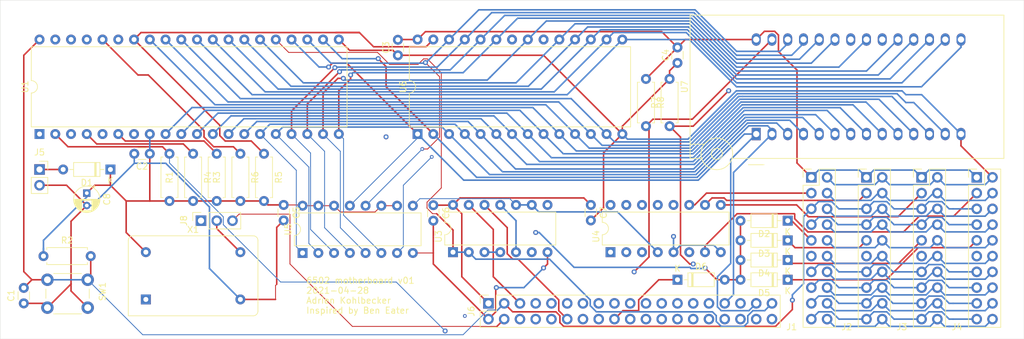
<source format=kicad_pcb>
(kicad_pcb (version 20171130) (host pcbnew "(5.1.9-0-10_14)")
  (layers (0 F.Cu signal) (1 In1.Cu signal) (2 In2.Cu signal) (31 B.Cu signal) (35 F.Paste user) (37 F.SilkS user) (39 F.Mask user) (44 Edge.Cuts user))
  (net 0 "")
  (net 1 RES)
  (net 2 CLK)
  (net 3 IRQ)
  (net 4 IO1)
  (net 5 /a0)
  (net 6 /a1)
  (net 7 /a2)
  (net 8 /a3)
  (net 9 RW)
  (net 10 /d0)
  (net 11 /d1)
  (net 12 /d2)
  (net 13 /d3)
  (net 14 /d4)
  (net 15 /d5)
  (net 16 /d6)
  (net 17 /d7)
  (net 18 NMI)
  (net 19 IO3)
  (net 20 IO2)
  (net 21 IO4)
  (net 22 /a12)
  (net 23 /a13)
  (net 24 /a14)
  (net 25 /a15)
  (net 26 /a4)
  (net 27 /a5)
  (net 28 /a6)
  (net 29 /a7)
  (net 30 /a8)
  (net 31 /a9)
  (net 32 /a10)
  (net 33 /a11)
  (net 34 RAM_OEB)
  (net 35 ROM_CSB)
  (net 36 RAM_CSB)
  (net 37 "Net-(D1-Pad2)")
  (net 38 "Net-(J8-Pad2)")
  (net 39 GND)
  (net 40 VCC)
  (net 41 IRQ1)
  (net 42 IRQ2)
  (net 43 IRQ3)
  (net 44 IRQ4)
  (net 45 IRQ5)
  (net 46 PHI2)
  (net 47 ROM_OEB)
  (net 48 ROM_WEB)
  (net 49 RDY)
  (net 50 BE)
  (net 51 SYNC)
  (net 52 PHI1)
  (net 53 "Net-(U3-Pad11)")
  (net 54 "Net-(U3-Pad10)")
  (module Package_DIP:DIP-16_W7.62mm (layer F.Cu) (at 202.438 -86.868 90)
    (fp_text reference U5 (at 3.81 -2.33 90) (layer F.SilkS))
    (fp_text value 74HC133)
    (pad 16 thru_hole oval (at 7.62 0 90) (size 1.6 1.6) (drill 0.8) (layers *.Cu *.Mask) (net 40 VCC))
    (pad 8 thru_hole oval (at 0 17.78 90) (size 1.6 1.6) (drill 0.8) (layers *.Cu *.Mask) (net 39 GND))
    (pad 15 thru_hole oval (at 7.62 2.54 90) (size 1.6 1.6) (drill 0.8) (layers *.Cu *.Mask) (net 40 VCC))
    (pad 7 thru_hole oval (at 0 15.24 90) (size 1.6 1.6) (drill 0.8) (layers *.Cu *.Mask) (net 22 /a12))
    (pad 14 thru_hole oval (at 7.62 5.08 90) (size 1.6 1.6) (drill 0.8) (layers *.Cu *.Mask) (net 40 VCC))
    (pad 6 thru_hole oval (at 0 12.7 90) (size 1.6 1.6) (drill 0.8) (layers *.Cu *.Mask) (net 33 /a11))
    (pad 13 thru_hole oval (at 7.62 7.62 90) (size 1.6 1.6) (drill 0.8) (layers *.Cu *.Mask) (net 24 /a14))
    (pad 5 thru_hole oval (at 0 10.16 90) (size 1.6 1.6) (drill 0.8) (layers *.Cu *.Mask) (net 32 /a10))
    (pad 12 thru_hole oval (at 7.62 10.16 90) (size 1.6 1.6) (drill 0.8) (layers *.Cu *.Mask) (net 23 /a13))
    (pad 4 thru_hole oval (at 0 7.62 90) (size 1.6 1.6) (drill 0.8) (layers *.Cu *.Mask) (net 31 /a9))
    (pad 11 thru_hole oval (at 7.62 12.7 90) (size 1.6 1.6) (drill 0.8) (layers *.Cu *.Mask) (net 40 VCC))
    (pad 3 thru_hole oval (at 0 5.08 90) (size 1.6 1.6) (drill 0.8) (layers *.Cu *.Mask) (net 30 /a8))
    (pad 10 thru_hole oval (at 7.62 15.24 90) (size 1.6 1.6) (drill 0.8) (layers *.Cu *.Mask) (net 40 VCC))
    (pad 2 thru_hole oval (at 0 2.54 90) (size 1.6 1.6) (drill 0.8) (layers *.Cu *.Mask) (net 29 /a7))
    (pad 9 thru_hole oval (at 7.62 17.78 90) (size 1.6 1.6) (drill 0.8) (layers *.Cu *.Mask) (net 54 "Net-(U3-Pad10)"))
    (pad 1 thru_hole rect (at 0 0 90) (size 1.6 1.6) (drill 0.8) (layers *.Cu *.Mask) (net 28 /a6))
  )
  (module Package_DIP:DIP-14_W7.62mm (layer F.Cu) (at 226.695 -86.995 90)
    (fp_text reference U3 (at 2.54 -2.33 90) (layer F.SilkS))
    (fp_text value 74HC00)
    (pad 14 thru_hole oval (at 7.62 0 90) (size 1.6 1.6) (drill 0.8) (layers *.Cu *.Mask) (net 40 VCC))
    (pad 7 thru_hole oval (at 0 15.24 90) (size 1.6 1.6) (drill 0.8) (layers *.Cu *.Mask) (net 39 GND))
    (pad 13 thru_hole oval (at 7.62 2.54 90) (size 1.6 1.6) (drill 0.8) (layers *.Cu *.Mask) (net 52 PHI1))
    (pad 6 thru_hole oval (at 0 12.7 90) (size 1.6 1.6) (drill 0.8) (layers *.Cu *.Mask) (net 36 RAM_CSB))
    (pad 12 thru_hole oval (at 7.62 5.08 90) (size 1.6 1.6) (drill 0.8) (layers *.Cu *.Mask) (net 50 BE))
    (pad 5 thru_hole oval (at 0 10.16 90) (size 1.6 1.6) (drill 0.8) (layers *.Cu *.Mask) (net 53 "Net-(U3-Pad11)"))
    (pad 11 thru_hole oval (at 7.62 7.62 90) (size 1.6 1.6) (drill 0.8) (layers *.Cu *.Mask) (net 53 "Net-(U3-Pad11)"))
    (pad 4 thru_hole oval (at 0 7.62 90) (size 1.6 1.6) (drill 0.8) (layers *.Cu *.Mask) (net 35 ROM_CSB))
    (pad 10 thru_hole oval (at 7.62 10.16 90) (size 1.6 1.6) (drill 0.8) (layers *.Cu *.Mask) (net 54 "Net-(U3-Pad10)"))
    (pad 3 thru_hole oval (at 0 5.08 90) (size 1.6 1.6) (drill 0.8) (layers *.Cu *.Mask) (net 35 ROM_CSB))
    (pad 9 thru_hole oval (at 7.62 12.7 90) (size 1.6 1.6) (drill 0.8) (layers *.Cu *.Mask) (net 54 "Net-(U3-Pad10)"))
    (pad 2 thru_hole oval (at 0 2.54 90) (size 1.6 1.6) (drill 0.8) (layers *.Cu *.Mask) (net 25 /a15))
    (pad 8 thru_hole oval (at 7.62 15.24 90) (size 1.6 1.6) (drill 0.8) (layers *.Cu *.Mask) (net 34 RAM_OEB))
    (pad 1 thru_hole rect (at 0 0 90) (size 1.6 1.6) (drill 0.8) (layers *.Cu *.Mask) (net 25 /a15))
  )
  (module Connector_PinHeader_2.54mm:PinHeader_2x10_P2.54mm_Vertical (layer F.Cu) (at 284.48 -99.06)
    (fp_text reference J1 (at -3.175 24.13) (layer F.SilkS))
    (fp_text value "I/O 1")
    (pad 20 thru_hole oval (at 2.54 22.86) (size 1.7 1.7) (drill 1) (layers *.Cu *.Mask) (net 17 /d7))
    (pad 19 thru_hole oval (at 0 22.86) (size 1.7 1.7) (drill 1) (layers *.Cu *.Mask) (net 8 /a3))
    (pad 18 thru_hole oval (at 2.54 20.32) (size 1.7 1.7) (drill 1) (layers *.Cu *.Mask) (net 16 /d6))
    (pad 17 thru_hole oval (at 0 20.32) (size 1.7 1.7) (drill 1) (layers *.Cu *.Mask) (net 7 /a2))
    (pad 16 thru_hole oval (at 2.54 17.78) (size 1.7 1.7) (drill 1) (layers *.Cu *.Mask) (net 15 /d5))
    (pad 15 thru_hole oval (at 0 17.78) (size 1.7 1.7) (drill 1) (layers *.Cu *.Mask) (net 6 /a1))
    (pad 14 thru_hole oval (at 2.54 15.24) (size 1.7 1.7) (drill 1) (layers *.Cu *.Mask) (net 14 /d4))
    (pad 13 thru_hole oval (at 0 15.24) (size 1.7 1.7) (drill 1) (layers *.Cu *.Mask) (net 5 /a0))
    (pad 12 thru_hole oval (at 2.54 12.7) (size 1.7 1.7) (drill 1) (layers *.Cu *.Mask) (net 13 /d3))
    (pad 11 thru_hole oval (at 0 12.7) (size 1.7 1.7) (drill 1) (layers *.Cu *.Mask))
    (pad 10 thru_hole oval (at 2.54 10.16) (size 1.7 1.7) (drill 1) (layers *.Cu *.Mask) (net 12 /d2))
    (pad 9 thru_hole oval (at 0 10.16) (size 1.7 1.7) (drill 1) (layers *.Cu *.Mask) (net 41 IRQ1))
    (pad 8 thru_hole oval (at 2.54 7.62) (size 1.7 1.7) (drill 1) (layers *.Cu *.Mask) (net 11 /d1))
    (pad 7 thru_hole oval (at 0 7.62) (size 1.7 1.7) (drill 1) (layers *.Cu *.Mask) (net 46 PHI2))
    (pad 6 thru_hole oval (at 2.54 5.08) (size 1.7 1.7) (drill 1) (layers *.Cu *.Mask) (net 10 /d0))
    (pad 5 thru_hole oval (at 0 5.08) (size 1.7 1.7) (drill 1) (layers *.Cu *.Mask) (net 1 RES))
    (pad 4 thru_hole oval (at 2.54 2.54) (size 1.7 1.7) (drill 1) (layers *.Cu *.Mask) (net 9 RW))
    (pad 3 thru_hole oval (at 0 2.54) (size 1.7 1.7) (drill 1) (layers *.Cu *.Mask) (net 4 IO1))
    (pad 2 thru_hole oval (at 2.54 0) (size 1.7 1.7) (drill 1) (layers *.Cu *.Mask) (net 39 GND))
    (pad 1 thru_hole rect (at 0 0) (size 1.7 1.7) (drill 1) (layers *.Cu *.Mask) (net 40 VCC))
  )
  (module Resistor_THT:R_Axial_DIN0207_L6.3mm_D2.5mm_P7.62mm_Horizontal (layer F.Cu) (at 196.215 -102.87 270)
    (fp_text reference R5 (at 3.81 -2.37 90) (layer F.SilkS))
    (fp_text value 1K)
    (pad 2 thru_hole oval (at 7.62 0 270) (size 1.6 1.6) (drill 0.8) (layers *.Cu *.Mask) (net 40 VCC))
    (pad 1 thru_hole circle (at 0 0 270) (size 1.6 1.6) (drill 0.8) (layers *.Cu *.Mask) (net 9 RW))
  )
  (module Connector_PinHeader_2.54mm:PinHeader_2x10_P2.54mm_Vertical (layer F.Cu) (at 293.37 -99.06)
    (fp_text reference J2 (at -3.175 24.13) (layer F.SilkS))
    (fp_text value "I/O 2")
    (pad 20 thru_hole oval (at 2.54 22.86) (size 1.7 1.7) (drill 1) (layers *.Cu *.Mask) (net 17 /d7))
    (pad 19 thru_hole oval (at 0 22.86) (size 1.7 1.7) (drill 1) (layers *.Cu *.Mask) (net 8 /a3))
    (pad 18 thru_hole oval (at 2.54 20.32) (size 1.7 1.7) (drill 1) (layers *.Cu *.Mask) (net 16 /d6))
    (pad 17 thru_hole oval (at 0 20.32) (size 1.7 1.7) (drill 1) (layers *.Cu *.Mask) (net 7 /a2))
    (pad 16 thru_hole oval (at 2.54 17.78) (size 1.7 1.7) (drill 1) (layers *.Cu *.Mask) (net 15 /d5))
    (pad 15 thru_hole oval (at 0 17.78) (size 1.7 1.7) (drill 1) (layers *.Cu *.Mask) (net 6 /a1))
    (pad 14 thru_hole oval (at 2.54 15.24) (size 1.7 1.7) (drill 1) (layers *.Cu *.Mask) (net 14 /d4))
    (pad 13 thru_hole oval (at 0 15.24) (size 1.7 1.7) (drill 1) (layers *.Cu *.Mask) (net 5 /a0))
    (pad 12 thru_hole oval (at 2.54 12.7) (size 1.7 1.7) (drill 1) (layers *.Cu *.Mask) (net 13 /d3))
    (pad 11 thru_hole oval (at 0 12.7) (size 1.7 1.7) (drill 1) (layers *.Cu *.Mask))
    (pad 10 thru_hole oval (at 2.54 10.16) (size 1.7 1.7) (drill 1) (layers *.Cu *.Mask) (net 12 /d2))
    (pad 9 thru_hole oval (at 0 10.16) (size 1.7 1.7) (drill 1) (layers *.Cu *.Mask) (net 42 IRQ2))
    (pad 8 thru_hole oval (at 2.54 7.62) (size 1.7 1.7) (drill 1) (layers *.Cu *.Mask) (net 11 /d1))
    (pad 7 thru_hole oval (at 0 7.62) (size 1.7 1.7) (drill 1) (layers *.Cu *.Mask) (net 46 PHI2))
    (pad 6 thru_hole oval (at 2.54 5.08) (size 1.7 1.7) (drill 1) (layers *.Cu *.Mask) (net 10 /d0))
    (pad 5 thru_hole oval (at 0 5.08) (size 1.7 1.7) (drill 1) (layers *.Cu *.Mask) (net 1 RES))
    (pad 4 thru_hole oval (at 2.54 2.54) (size 1.7 1.7) (drill 1) (layers *.Cu *.Mask) (net 9 RW))
    (pad 3 thru_hole oval (at 0 2.54) (size 1.7 1.7) (drill 1) (layers *.Cu *.Mask) (net 20 IO2))
    (pad 2 thru_hole oval (at 2.54 0) (size 1.7 1.7) (drill 1) (layers *.Cu *.Mask) (net 39 GND))
    (pad 1 thru_hole rect (at 0 0) (size 1.7 1.7) (drill 1) (layers *.Cu *.Mask) (net 40 VCC))
  )
  (module Diode_THT:D_DO-35_SOD27_P7.62mm_Horizontal (layer F.Cu) (at 280.67 -82.55 180)
    (fp_text reference D5 (at 3.81 -2.12) (layer F.SilkS))
    (fp_text value 1N5817)
    (fp_text user K (at 0 -1.8) (layer F.SilkS))
    (pad 2 thru_hole oval (at 7.62 0 180) (size 1.6 1.6) (drill 0.8) (layers *.Cu *.Mask) (net 3 IRQ))
    (pad 1 thru_hole rect (at 0 0 180) (size 1.6 1.6) (drill 0.8) (layers *.Cu *.Mask) (net 44 IRQ4))
  )
  (module Resistor_THT:R_Axial_DIN0207_L6.3mm_D2.5mm_P7.62mm_Horizontal (layer F.Cu) (at 257.81 -114.935 270)
    (fp_text reference R8 (at 3.81 -2.37 90) (layer F.SilkS))
    (fp_text value 1K)
    (pad 2 thru_hole oval (at 7.62 0 270) (size 1.6 1.6) (drill 0.8) (layers *.Cu *.Mask) (net 48 ROM_WEB))
    (pad 1 thru_hole circle (at 0 0 270) (size 1.6 1.6) (drill 0.8) (layers *.Cu *.Mask) (net 40 VCC))
  )
  (module Resistor_THT:R_Axial_DIN0207_L6.3mm_D2.5mm_P7.62mm_Horizontal (layer F.Cu) (at 261.62 -107.315 90)
    (fp_text reference R7 (at 3.81 -2.37 90) (layer F.SilkS))
    (fp_text value 1K)
    (pad 2 thru_hole oval (at 7.62 0 90) (size 1.6 1.6) (drill 0.8) (layers *.Cu *.Mask) (net 39 GND))
    (pad 1 thru_hole circle (at 0 0 90) (size 1.6 1.6) (drill 0.8) (layers *.Cu *.Mask) (net 47 ROM_OEB))
  )
  (module Resistor_THT:R_Axial_DIN0207_L6.3mm_D2.5mm_P7.62mm_Horizontal (layer F.Cu) (at 192.405 -102.87 270)
    (fp_text reference R6 (at 3.81 -2.37 90) (layer F.SilkS))
    (fp_text value 1K)
    (pad 2 thru_hole oval (at 7.62 0 270) (size 1.6 1.6) (drill 0.8) (layers *.Cu *.Mask) (net 40 VCC))
    (pad 1 thru_hole circle (at 0 0 270) (size 1.6 1.6) (drill 0.8) (layers *.Cu *.Mask) (net 50 BE))
  )
  (module Resistor_THT:R_Axial_DIN0207_L6.3mm_D2.5mm_P7.62mm_Horizontal (layer F.Cu) (at 184.785 -102.87 270)
    (fp_text reference R4 (at 3.81 -2.37 90) (layer F.SilkS))
    (fp_text value 1K)
    (pad 2 thru_hole oval (at 7.62 0 270) (size 1.6 1.6) (drill 0.8) (layers *.Cu *.Mask) (net 40 VCC))
    (pad 1 thru_hole circle (at 0 0 270) (size 1.6 1.6) (drill 0.8) (layers *.Cu *.Mask) (net 3 IRQ))
  )
  (module Connector_PinSocket_2.54mm:PinSocket_2x19_P2.54mm_Vertical (layer F.Cu) (at 232.41 -78.74 90)
    (fp_text reference J6 (at -1.27 -2.77 90) (layer F.SilkS))
    (fp_text value DEBUG)
    (pad 38 thru_hole oval (at -2.54 45.72 90) (size 1.7 1.7) (drill 1) (layers *.Cu *.Mask) (net 17 /d7))
    (pad 37 thru_hole oval (at 0 45.72 90) (size 1.7 1.7) (drill 1) (layers *.Cu *.Mask) (net 25 /a15))
    (pad 36 thru_hole oval (at -2.54 43.18 90) (size 1.7 1.7) (drill 1) (layers *.Cu *.Mask) (net 16 /d6))
    (pad 35 thru_hole oval (at 0 43.18 90) (size 1.7 1.7) (drill 1) (layers *.Cu *.Mask) (net 24 /a14))
    (pad 34 thru_hole oval (at -2.54 40.64 90) (size 1.7 1.7) (drill 1) (layers *.Cu *.Mask) (net 15 /d5))
    (pad 33 thru_hole oval (at 0 40.64 90) (size 1.7 1.7) (drill 1) (layers *.Cu *.Mask) (net 23 /a13))
    (pad 32 thru_hole oval (at -2.54 38.1 90) (size 1.7 1.7) (drill 1) (layers *.Cu *.Mask) (net 14 /d4))
    (pad 31 thru_hole oval (at 0 38.1 90) (size 1.7 1.7) (drill 1) (layers *.Cu *.Mask) (net 22 /a12))
    (pad 30 thru_hole oval (at -2.54 35.56 90) (size 1.7 1.7) (drill 1) (layers *.Cu *.Mask) (net 13 /d3))
    (pad 29 thru_hole oval (at 0 35.56 90) (size 1.7 1.7) (drill 1) (layers *.Cu *.Mask) (net 33 /a11))
    (pad 28 thru_hole oval (at -2.54 33.02 90) (size 1.7 1.7) (drill 1) (layers *.Cu *.Mask) (net 12 /d2))
    (pad 27 thru_hole oval (at 0 33.02 90) (size 1.7 1.7) (drill 1) (layers *.Cu *.Mask) (net 32 /a10))
    (pad 26 thru_hole oval (at -2.54 30.48 90) (size 1.7 1.7) (drill 1) (layers *.Cu *.Mask) (net 11 /d1))
    (pad 25 thru_hole oval (at 0 30.48 90) (size 1.7 1.7) (drill 1) (layers *.Cu *.Mask) (net 31 /a9))
    (pad 24 thru_hole oval (at -2.54 27.94 90) (size 1.7 1.7) (drill 1) (layers *.Cu *.Mask) (net 10 /d0))
    (pad 23 thru_hole oval (at 0 27.94 90) (size 1.7 1.7) (drill 1) (layers *.Cu *.Mask) (net 30 /a8))
    (pad 22 thru_hole oval (at -2.54 25.4 90) (size 1.7 1.7) (drill 1) (layers *.Cu *.Mask) (net 47 ROM_OEB))
    (pad 21 thru_hole oval (at 0 25.4 90) (size 1.7 1.7) (drill 1) (layers *.Cu *.Mask) (net 29 /a7))
    (pad 20 thru_hole oval (at -2.54 22.86 90) (size 1.7 1.7) (drill 1) (layers *.Cu *.Mask) (net 48 ROM_WEB))
    (pad 19 thru_hole oval (at 0 22.86 90) (size 1.7 1.7) (drill 1) (layers *.Cu *.Mask) (net 28 /a6))
    (pad 18 thru_hole oval (at -2.54 20.32 90) (size 1.7 1.7) (drill 1) (layers *.Cu *.Mask) (net 45 IRQ5))
    (pad 17 thru_hole oval (at 0 20.32 90) (size 1.7 1.7) (drill 1) (layers *.Cu *.Mask) (net 27 /a5))
    (pad 16 thru_hole oval (at -2.54 17.78 90) (size 1.7 1.7) (drill 1) (layers *.Cu *.Mask) (net 18 NMI))
    (pad 15 thru_hole oval (at 0 17.78 90) (size 1.7 1.7) (drill 1) (layers *.Cu *.Mask) (net 26 /a4))
    (pad 14 thru_hole oval (at -2.54 15.24 90) (size 1.7 1.7) (drill 1) (layers *.Cu *.Mask) (net 49 RDY))
    (pad 13 thru_hole oval (at 0 15.24 90) (size 1.7 1.7) (drill 1) (layers *.Cu *.Mask) (net 8 /a3))
    (pad 12 thru_hole oval (at -2.54 12.7 90) (size 1.7 1.7) (drill 1) (layers *.Cu *.Mask) (net 50 BE))
    (pad 11 thru_hole oval (at 0 12.7 90) (size 1.7 1.7) (drill 1) (layers *.Cu *.Mask) (net 7 /a2))
    (pad 10 thru_hole oval (at -2.54 10.16 90) (size 1.7 1.7) (drill 1) (layers *.Cu *.Mask) (net 51 SYNC))
    (pad 9 thru_hole oval (at 0 10.16 90) (size 1.7 1.7) (drill 1) (layers *.Cu *.Mask) (net 6 /a1))
    (pad 8 thru_hole oval (at -2.54 7.62 90) (size 1.7 1.7) (drill 1) (layers *.Cu *.Mask) (net 9 RW))
    (pad 7 thru_hole oval (at 0 7.62 90) (size 1.7 1.7) (drill 1) (layers *.Cu *.Mask) (net 5 /a0))
    (pad 6 thru_hole oval (at -2.54 5.08 90) (size 1.7 1.7) (drill 1) (layers *.Cu *.Mask) (net 46 PHI2))
    (pad 5 thru_hole oval (at 0 5.08 90) (size 1.7 1.7) (drill 1) (layers *.Cu *.Mask) (net 52 PHI1))
    (pad 4 thru_hole oval (at -2.54 2.54 90) (size 1.7 1.7) (drill 1) (layers *.Cu *.Mask) (net 2 CLK))
    (pad 3 thru_hole oval (at 0 2.54 90) (size 1.7 1.7) (drill 1) (layers *.Cu *.Mask) (net 1 RES))
    (pad 2 thru_hole oval (at -2.54 0 90) (size 1.7 1.7) (drill 1) (layers *.Cu *.Mask) (net 39 GND))
    (pad 1 thru_hole rect (at 0 0 90) (size 1.7 1.7) (drill 1) (layers *.Cu *.Mask) (net 40 VCC))
  )
  (module Diode_THT:D_DO-35_SOD27_P7.62mm_Horizontal (layer F.Cu) (at 262.89 -82.55)
    (fp_text reference D6 (at 3.81 -2.12) (layer F.SilkS))
    (fp_text value 1N5817)
    (fp_text user K (at 0 -1.8) (layer F.SilkS))
    (pad 2 thru_hole oval (at 7.62 0) (size 1.6 1.6) (drill 0.8) (layers *.Cu *.Mask) (net 3 IRQ))
    (pad 1 thru_hole rect (at 0 0) (size 1.6 1.6) (drill 0.8) (layers *.Cu *.Mask) (net 45 IRQ5))
  )
  (module Diode_THT:D_DO-35_SOD27_P7.62mm_Horizontal (layer F.Cu) (at 280.67 -85.725 180)
    (fp_text reference D4 (at 3.81 -2.12) (layer F.SilkS))
    (fp_text value 1N5817)
    (fp_text user K (at 0 -1.8) (layer F.SilkS))
    (pad 2 thru_hole oval (at 7.62 0 180) (size 1.6 1.6) (drill 0.8) (layers *.Cu *.Mask) (net 3 IRQ))
    (pad 1 thru_hole rect (at 0 0 180) (size 1.6 1.6) (drill 0.8) (layers *.Cu *.Mask) (net 43 IRQ3))
  )
  (module Diode_THT:D_DO-35_SOD27_P7.62mm_Horizontal (layer F.Cu) (at 280.67 -88.9 180)
    (fp_text reference D3 (at 3.81 -2.12) (layer F.SilkS))
    (fp_text value 1N5817)
    (fp_text user K (at 0 -1.8) (layer F.SilkS))
    (pad 2 thru_hole oval (at 7.62 0 180) (size 1.6 1.6) (drill 0.8) (layers *.Cu *.Mask) (net 3 IRQ))
    (pad 1 thru_hole rect (at 0 0 180) (size 1.6 1.6) (drill 0.8) (layers *.Cu *.Mask) (net 42 IRQ2))
  )
  (module Diode_THT:D_DO-35_SOD27_P7.62mm_Horizontal (layer F.Cu) (at 280.67 -92.075 180)
    (fp_text reference D2 (at 3.81 -2.12) (layer F.SilkS))
    (fp_text value 1N5817)
    (fp_text user K (at 0 -1.8) (layer F.SilkS))
    (pad 2 thru_hole oval (at 7.62 0 180) (size 1.6 1.6) (drill 0.8) (layers *.Cu *.Mask) (net 3 IRQ))
    (pad 1 thru_hole rect (at 0 0 180) (size 1.6 1.6) (drill 0.8) (layers *.Cu *.Mask) (net 41 IRQ1))
  )
  (module Capacitor_THT:C_Disc_D3.0mm_W1.6mm_P2.50mm (layer F.Cu) (at 199.39 -94.615 270)
    (fp_text reference C5 (at 1.25 -2.05 90) (layer F.SilkS))
    (fp_text value 0.1uF)
    (pad 2 thru_hole circle (at 2.5 0 270) (size 1.6 1.6) (drill 0.8) (layers *.Cu *.Mask) (net 39 GND))
    (pad 1 thru_hole circle (at 0 0 270) (size 1.6 1.6) (drill 0.8) (layers *.Cu *.Mask) (net 40 VCC))
  )
  (module Connector_PinHeader_2.54mm:PinHeader_2x10_P2.54mm_Vertical (layer F.Cu) (at 302.26 -99.06)
    (fp_text reference J3 (at -3.175 24.13) (layer F.SilkS))
    (fp_text value "I/O 3")
    (pad 20 thru_hole oval (at 2.54 22.86) (size 1.7 1.7) (drill 1) (layers *.Cu *.Mask) (net 17 /d7))
    (pad 19 thru_hole oval (at 0 22.86) (size 1.7 1.7) (drill 1) (layers *.Cu *.Mask) (net 8 /a3))
    (pad 18 thru_hole oval (at 2.54 20.32) (size 1.7 1.7) (drill 1) (layers *.Cu *.Mask) (net 16 /d6))
    (pad 17 thru_hole oval (at 0 20.32) (size 1.7 1.7) (drill 1) (layers *.Cu *.Mask) (net 7 /a2))
    (pad 16 thru_hole oval (at 2.54 17.78) (size 1.7 1.7) (drill 1) (layers *.Cu *.Mask) (net 15 /d5))
    (pad 15 thru_hole oval (at 0 17.78) (size 1.7 1.7) (drill 1) (layers *.Cu *.Mask) (net 6 /a1))
    (pad 14 thru_hole oval (at 2.54 15.24) (size 1.7 1.7) (drill 1) (layers *.Cu *.Mask) (net 14 /d4))
    (pad 13 thru_hole oval (at 0 15.24) (size 1.7 1.7) (drill 1) (layers *.Cu *.Mask) (net 5 /a0))
    (pad 12 thru_hole oval (at 2.54 12.7) (size 1.7 1.7) (drill 1) (layers *.Cu *.Mask) (net 13 /d3))
    (pad 11 thru_hole oval (at 0 12.7) (size 1.7 1.7) (drill 1) (layers *.Cu *.Mask))
    (pad 10 thru_hole oval (at 2.54 10.16) (size 1.7 1.7) (drill 1) (layers *.Cu *.Mask) (net 12 /d2))
    (pad 9 thru_hole oval (at 0 10.16) (size 1.7 1.7) (drill 1) (layers *.Cu *.Mask) (net 43 IRQ3))
    (pad 8 thru_hole oval (at 2.54 7.62) (size 1.7 1.7) (drill 1) (layers *.Cu *.Mask) (net 11 /d1))
    (pad 7 thru_hole oval (at 0 7.62) (size 1.7 1.7) (drill 1) (layers *.Cu *.Mask) (net 46 PHI2))
    (pad 6 thru_hole oval (at 2.54 5.08) (size 1.7 1.7) (drill 1) (layers *.Cu *.Mask) (net 10 /d0))
    (pad 5 thru_hole oval (at 0 5.08) (size 1.7 1.7) (drill 1) (layers *.Cu *.Mask) (net 1 RES))
    (pad 4 thru_hole oval (at 2.54 2.54) (size 1.7 1.7) (drill 1) (layers *.Cu *.Mask) (net 9 RW))
    (pad 3 thru_hole oval (at 0 2.54) (size 1.7 1.7) (drill 1) (layers *.Cu *.Mask) (net 19 IO3))
    (pad 2 thru_hole oval (at 2.54 0) (size 1.7 1.7) (drill 1) (layers *.Cu *.Mask) (net 39 GND))
    (pad 1 thru_hole rect (at 0 0) (size 1.7 1.7) (drill 1) (layers *.Cu *.Mask) (net 40 VCC))
  )
  (module Socket:DIP_Socket-28_W11.9_W12.7_W15.24_W17.78_W18.5_3M_228-1277-00-0602J (layer F.Cu) (at 275.59 -106.045 90)
    (fp_text reference U7 (at 7.62 -11.56 90) (layer F.SilkS))
    (fp_text value 28C256)
    (pad 15 thru_hole oval (at 15.24 33.02 90) (size 2 1.44) (drill 1) (layers *.Cu *.Mask) (net 13 /d3))
    (pad 14 thru_hole oval (at 0 33.02 90) (size 2 1.44) (drill 1) (layers *.Cu *.Mask) (net 39 GND))
    (pad 16 thru_hole oval (at 15.24 30.48 90) (size 2 1.44) (drill 1) (layers *.Cu *.Mask) (net 14 /d4))
    (pad 13 thru_hole oval (at 0 30.48 90) (size 2 1.44) (drill 1) (layers *.Cu *.Mask) (net 12 /d2))
    (pad 17 thru_hole oval (at 15.24 27.94 90) (size 2 1.44) (drill 1) (layers *.Cu *.Mask) (net 15 /d5))
    (pad 12 thru_hole oval (at 0 27.94 90) (size 2 1.44) (drill 1) (layers *.Cu *.Mask) (net 11 /d1))
    (pad 18 thru_hole oval (at 15.24 25.4 90) (size 2 1.44) (drill 1) (layers *.Cu *.Mask) (net 16 /d6))
    (pad 11 thru_hole oval (at 0 25.4 90) (size 2 1.44) (drill 1) (layers *.Cu *.Mask) (net 10 /d0))
    (pad 19 thru_hole oval (at 15.24 22.86 90) (size 2 1.44) (drill 1) (layers *.Cu *.Mask) (net 17 /d7))
    (pad 10 thru_hole oval (at 0 22.86 90) (size 2 1.44) (drill 1) (layers *.Cu *.Mask) (net 5 /a0))
    (pad 20 thru_hole oval (at 15.24 20.32 90) (size 2 1.44) (drill 1) (layers *.Cu *.Mask) (net 35 ROM_CSB))
    (pad 9 thru_hole oval (at 0 20.32 90) (size 2 1.44) (drill 1) (layers *.Cu *.Mask) (net 6 /a1))
    (pad 21 thru_hole oval (at 15.24 17.78 90) (size 2 1.44) (drill 1) (layers *.Cu *.Mask) (net 32 /a10))
    (pad 8 thru_hole oval (at 0 17.78 90) (size 2 1.44) (drill 1) (layers *.Cu *.Mask) (net 7 /a2))
    (pad 22 thru_hole oval (at 15.24 15.24 90) (size 2 1.44) (drill 1) (layers *.Cu *.Mask) (net 47 ROM_OEB))
    (pad 7 thru_hole oval (at 0 15.24 90) (size 2 1.44) (drill 1) (layers *.Cu *.Mask) (net 8 /a3))
    (pad 23 thru_hole oval (at 15.24 12.7 90) (size 2 1.44) (drill 1) (layers *.Cu *.Mask) (net 33 /a11))
    (pad 6 thru_hole oval (at 0 12.7 90) (size 2 1.44) (drill 1) (layers *.Cu *.Mask) (net 26 /a4))
    (pad 24 thru_hole oval (at 15.24 10.16 90) (size 2 1.44) (drill 1) (layers *.Cu *.Mask) (net 31 /a9))
    (pad 5 thru_hole oval (at 0 10.16 90) (size 2 1.44) (drill 1) (layers *.Cu *.Mask) (net 27 /a5))
    (pad 25 thru_hole oval (at 15.24 7.62 90) (size 2 1.44) (drill 1) (layers *.Cu *.Mask) (net 30 /a8))
    (pad 4 thru_hole oval (at 0 7.62 90) (size 2 1.44) (drill 1) (layers *.Cu *.Mask) (net 28 /a6))
    (pad 26 thru_hole oval (at 15.24 5.08 90) (size 2 1.44) (drill 1) (layers *.Cu *.Mask) (net 23 /a13))
    (pad 3 thru_hole oval (at 0 5.08 90) (size 2 1.44) (drill 1) (layers *.Cu *.Mask) (net 29 /a7))
    (pad 27 thru_hole oval (at 15.24 2.54 90) (size 2 1.44) (drill 1) (layers *.Cu *.Mask) (net 48 ROM_WEB))
    (pad 2 thru_hole oval (at 0 2.54 90) (size 2 1.44) (drill 1) (layers *.Cu *.Mask) (net 22 /a12))
    (pad 28 thru_hole oval (at 15.24 0 90) (size 2 1.44) (drill 1) (layers *.Cu *.Mask) (net 40 VCC))
    (pad 1 thru_hole rect (at 0 0 90) (size 2 1.44) (drill 1) (layers *.Cu *.Mask) (net 24 /a14))
  )
  (module Package_DIP:DIP-28_W15.24mm (layer F.Cu) (at 220.98 -106.045 90)
    (fp_text reference U6 (at 7.62 -2.33 90) (layer F.SilkS))
    (fp_text value CY62256-70PC)
    (pad 28 thru_hole oval (at 15.24 0 90) (size 1.6 1.6) (drill 0.8) (layers *.Cu *.Mask) (net 40 VCC))
    (pad 14 thru_hole oval (at 0 33.02 90) (size 1.6 1.6) (drill 0.8) (layers *.Cu *.Mask) (net 39 GND))
    (pad 27 thru_hole oval (at 15.24 2.54 90) (size 1.6 1.6) (drill 0.8) (layers *.Cu *.Mask) (net 9 RW))
    (pad 13 thru_hole oval (at 0 30.48 90) (size 1.6 1.6) (drill 0.8) (layers *.Cu *.Mask) (net 12 /d2))
    (pad 26 thru_hole oval (at 15.24 5.08 90) (size 1.6 1.6) (drill 0.8) (layers *.Cu *.Mask) (net 23 /a13))
    (pad 12 thru_hole oval (at 0 27.94 90) (size 1.6 1.6) (drill 0.8) (layers *.Cu *.Mask) (net 11 /d1))
    (pad 25 thru_hole oval (at 15.24 7.62 90) (size 1.6 1.6) (drill 0.8) (layers *.Cu *.Mask) (net 30 /a8))
    (pad 11 thru_hole oval (at 0 25.4 90) (size 1.6 1.6) (drill 0.8) (layers *.Cu *.Mask) (net 10 /d0))
    (pad 24 thru_hole oval (at 15.24 10.16 90) (size 1.6 1.6) (drill 0.8) (layers *.Cu *.Mask) (net 31 /a9))
    (pad 10 thru_hole oval (at 0 22.86 90) (size 1.6 1.6) (drill 0.8) (layers *.Cu *.Mask) (net 5 /a0))
    (pad 23 thru_hole oval (at 15.24 12.7 90) (size 1.6 1.6) (drill 0.8) (layers *.Cu *.Mask) (net 33 /a11))
    (pad 9 thru_hole oval (at 0 20.32 90) (size 1.6 1.6) (drill 0.8) (layers *.Cu *.Mask) (net 6 /a1))
    (pad 22 thru_hole oval (at 15.24 15.24 90) (size 1.6 1.6) (drill 0.8) (layers *.Cu *.Mask) (net 34 RAM_OEB))
    (pad 8 thru_hole oval (at 0 17.78 90) (size 1.6 1.6) (drill 0.8) (layers *.Cu *.Mask) (net 7 /a2))
    (pad 21 thru_hole oval (at 15.24 17.78 90) (size 1.6 1.6) (drill 0.8) (layers *.Cu *.Mask) (net 32 /a10))
    (pad 7 thru_hole oval (at 0 15.24 90) (size 1.6 1.6) (drill 0.8) (layers *.Cu *.Mask) (net 8 /a3))
    (pad 20 thru_hole oval (at 15.24 20.32 90) (size 1.6 1.6) (drill 0.8) (layers *.Cu *.Mask) (net 36 RAM_CSB))
    (pad 6 thru_hole oval (at 0 12.7 90) (size 1.6 1.6) (drill 0.8) (layers *.Cu *.Mask) (net 26 /a4))
    (pad 19 thru_hole oval (at 15.24 22.86 90) (size 1.6 1.6) (drill 0.8) (layers *.Cu *.Mask) (net 17 /d7))
    (pad 5 thru_hole oval (at 0 10.16 90) (size 1.6 1.6) (drill 0.8) (layers *.Cu *.Mask) (net 27 /a5))
    (pad 18 thru_hole oval (at 15.24 25.4 90) (size 1.6 1.6) (drill 0.8) (layers *.Cu *.Mask) (net 16 /d6))
    (pad 4 thru_hole oval (at 0 7.62 90) (size 1.6 1.6) (drill 0.8) (layers *.Cu *.Mask) (net 28 /a6))
    (pad 17 thru_hole oval (at 15.24 27.94 90) (size 1.6 1.6) (drill 0.8) (layers *.Cu *.Mask) (net 15 /d5))
    (pad 3 thru_hole oval (at 0 5.08 90) (size 1.6 1.6) (drill 0.8) (layers *.Cu *.Mask) (net 29 /a7))
    (pad 16 thru_hole oval (at 15.24 30.48 90) (size 1.6 1.6) (drill 0.8) (layers *.Cu *.Mask) (net 14 /d4))
    (pad 2 thru_hole oval (at 0 2.54 90) (size 1.6 1.6) (drill 0.8) (layers *.Cu *.Mask) (net 22 /a12))
    (pad 15 thru_hole oval (at 15.24 33.02 90) (size 1.6 1.6) (drill 0.8) (layers *.Cu *.Mask) (net 13 /d3))
    (pad 1 thru_hole rect (at 0 0 90) (size 1.6 1.6) (drill 0.8) (layers *.Cu *.Mask) (net 24 /a14))
  )
  (module Resistor_THT:R_Axial_DIN0207_L6.3mm_D2.5mm_P7.62mm_Horizontal (layer F.Cu) (at 188.595 -102.87 270)
    (fp_text reference R3 (at 3.81 0 90) (layer F.SilkS))
    (fp_text value 1K)
    (pad 2 thru_hole oval (at 7.62 0 270) (size 1.6 1.6) (drill 0.8) (layers *.Cu *.Mask) (net 40 VCC))
    (pad 1 thru_hole circle (at 0 0 270) (size 1.6 1.6) (drill 0.8) (layers *.Cu *.Mask) (net 18 NMI))
  )
  (module Connector_PinSocket_2.54mm:PinSocket_1x02_P2.54mm_Vertical (layer F.Cu) (at 160.02 -100.33)
    (fp_text reference J5 (at 0 -2.77) (layer F.SilkS))
    (fp_text value PWR_IN)
    (pad 2 thru_hole oval (at 0 2.54) (size 1.7 1.7) (drill 1) (layers *.Cu *.Mask) (net 39 GND))
    (pad 1 thru_hole rect (at 0 0) (size 1.7 1.7) (drill 1) (layers *.Cu *.Mask) (net 37 "Net-(D1-Pad2)"))
  )
  (module Diode_THT:D_DO-35_SOD27_P7.62mm_Horizontal (layer F.Cu) (at 171.45 -100.33 180)
    (fp_text reference D1 (at 3.81 -2.12) (layer F.SilkS))
    (fp_text value 1N5817)
    (fp_text user K (at 0 -1.8) (layer F.SilkS))
    (pad 2 thru_hole oval (at 7.62 0 180) (size 1.6 1.6) (drill 0.8) (layers *.Cu *.Mask) (net 37 "Net-(D1-Pad2)"))
    (pad 1 thru_hole rect (at 0 0 180) (size 1.6 1.6) (drill 0.8) (layers *.Cu *.Mask) (net 40 VCC))
  )
  (module Capacitor_THT:CP_Radial_D4.0mm_P2.00mm (layer F.Cu) (at 167.64 -96.52 270)
    (fp_text reference C8 (at 1 -3.25 90) (layer F.SilkS))
    (fp_text value 1uF)
    (pad 2 thru_hole circle (at 2 0 270) (size 1.2 1.2) (drill 0.6) (layers *.Cu *.Mask) (net 39 GND))
    (pad 1 thru_hole rect (at 0 0 270) (size 1.2 1.2) (drill 0.6) (layers *.Cu *.Mask) (net 40 VCC))
  )
  (module Capacitor_THT:C_Disc_D3.0mm_W1.6mm_P2.50mm (layer F.Cu) (at 248.92 -94.615 270)
    (fp_text reference C7 (at 1.25 -2.05 90) (layer F.SilkS))
    (fp_text value 0.1uF)
    (pad 2 thru_hole circle (at 2.5 0 270) (size 1.6 1.6) (drill 0.8) (layers *.Cu *.Mask) (net 39 GND))
    (pad 1 thru_hole circle (at 0 0 270) (size 1.6 1.6) (drill 0.8) (layers *.Cu *.Mask) (net 40 VCC))
  )
  (module Capacitor_THT:C_Disc_D3.0mm_W1.6mm_P2.50mm (layer F.Cu) (at 223.52 -94.575 270)
    (fp_text reference C6 (at 1.25 -2.05 90) (layer F.SilkS))
    (fp_text value 0.1uF)
    (pad 2 thru_hole circle (at 2.5 0 270) (size 1.6 1.6) (drill 0.8) (layers *.Cu *.Mask) (net 39 GND))
    (pad 1 thru_hole circle (at 0 0 270) (size 1.6 1.6) (drill 0.8) (layers *.Cu *.Mask) (net 40 VCC))
  )
  (module Capacitor_THT:C_Disc_D3.0mm_W1.6mm_P2.50mm (layer F.Cu) (at 262.89 -120.015 270)
    (fp_text reference C4 (at 1.25 1.905 90) (layer F.SilkS))
    (fp_text value 0.1uF)
    (pad 2 thru_hole circle (at 2.5 0 270) (size 1.6 1.6) (drill 0.8) (layers *.Cu *.Mask) (net 39 GND))
    (pad 1 thru_hole circle (at 0 0 270) (size 1.6 1.6) (drill 0.8) (layers *.Cu *.Mask) (net 40 VCC))
  )
  (module Capacitor_THT:C_Disc_D3.0mm_W1.6mm_P2.50mm (layer F.Cu) (at 217.805 -121.245 270)
    (fp_text reference C3 (at 1.25 1.905 90) (layer F.SilkS))
    (fp_text value 0.1uF)
    (pad 2 thru_hole circle (at 2.5 0 270) (size 1.6 1.6) (drill 0.8) (layers *.Cu *.Mask) (net 39 GND))
    (pad 1 thru_hole circle (at 0 0 270) (size 1.6 1.6) (drill 0.8) (layers *.Cu *.Mask) (net 40 VCC))
  )
  (module Capacitor_THT:C_Disc_D3.0mm_W1.6mm_P2.50mm (layer F.Cu) (at 177.8 -102.87 180)
    (fp_text reference C2 (at 1.25 -2.05) (layer F.SilkS))
    (fp_text value 0.1uF)
    (pad 2 thru_hole circle (at 2.5 0 180) (size 1.6 1.6) (drill 0.8) (layers *.Cu *.Mask) (net 39 GND))
    (pad 1 thru_hole circle (at 0 0 180) (size 1.6 1.6) (drill 0.8) (layers *.Cu *.Mask) (net 40 VCC))
  )
  (module Capacitor_THT:C_Disc_D3.0mm_W1.6mm_P2.50mm (layer F.Cu) (at 157.48 -78.74 90)
    (fp_text reference C1 (at 1.25 -2.05 90) (layer F.SilkS))
    (fp_text value 0.1uF)
    (pad 1 thru_hole circle (at 0 0 90) (size 1.6 1.6) (drill 0.8) (layers *.Cu *.Mask) (net 39 GND))
    (pad 2 thru_hole circle (at 2.5 0 90) (size 1.6 1.6) (drill 0.8) (layers *.Cu *.Mask) (net 1 RES))
  )
  (module Resistor_THT:R_Axial_DIN0207_L6.3mm_D2.5mm_P7.62mm_Horizontal (layer F.Cu) (at 180.975 -102.87 270)
    (fp_text reference R1 (at 3.81 0 90) (layer F.SilkS))
    (fp_text value 1K)
    (pad 1 thru_hole circle (at 0 0 270) (size 1.6 1.6) (drill 0.8) (layers *.Cu *.Mask) (net 49 RDY))
    (pad 2 thru_hole oval (at 7.62 0 270) (size 1.6 1.6) (drill 0.8) (layers *.Cu *.Mask) (net 40 VCC))
  )
  (module Resistor_THT:R_Axial_DIN0207_L6.3mm_D2.5mm_P7.62mm_Horizontal (layer F.Cu) (at 168.275 -86.36 180)
    (fp_text reference R2 (at 3.81 2.54) (layer F.SilkS))
    (fp_text value 1K)
    (pad 2 thru_hole oval (at 7.62 0 180) (size 1.6 1.6) (drill 0.8) (layers *.Cu *.Mask) (net 40 VCC))
    (pad 1 thru_hole circle (at 0 0 180) (size 1.6 1.6) (drill 0.8) (layers *.Cu *.Mask) (net 1 RES))
  )
  (module Button_Switch_THT:SW_PUSH_6mm (layer F.Cu) (at 161.29 -82.55)
    (fp_text reference SW1 (at 8.89 1.905 90) (layer F.SilkS))
    (fp_text value RESET)
    (pad 2 thru_hole circle (at 0 4.5 90) (size 2 2) (drill 1.1) (layers *.Cu *.Mask) (net 39 GND))
    (pad 1 thru_hole circle (at 0 0 90) (size 2 2) (drill 1.1) (layers *.Cu *.Mask) (net 1 RES))
    (pad 2 thru_hole circle (at 6.5 4.5 90) (size 2 2) (drill 1.1) (layers *.Cu *.Mask) (net 39 GND))
    (pad 1 thru_hole circle (at 6.5 0 90) (size 2 2) (drill 1.1) (layers *.Cu *.Mask) (net 1 RES))
  )
  (module Package_DIP:DIP-40_W15.24mm (layer F.Cu) (at 160.02 -106.045 90)
    (fp_text reference U1 (at 7.62 -2.33 90) (layer F.SilkS))
    (fp_text value W65C02SxP)
    (pad 1 thru_hole rect (at 0 0 90) (size 1.6 1.6) (drill 0.8) (layers *.Cu *.Mask))
    (pad 21 thru_hole oval (at 15.24 48.26 90) (size 1.6 1.6) (drill 0.8) (layers *.Cu *.Mask) (net 39 GND))
    (pad 2 thru_hole oval (at 0 2.54 90) (size 1.6 1.6) (drill 0.8) (layers *.Cu *.Mask) (net 49 RDY))
    (pad 22 thru_hole oval (at 15.24 45.72 90) (size 1.6 1.6) (drill 0.8) (layers *.Cu *.Mask) (net 22 /a12))
    (pad 3 thru_hole oval (at 0 5.08 90) (size 1.6 1.6) (drill 0.8) (layers *.Cu *.Mask) (net 52 PHI1))
    (pad 23 thru_hole oval (at 15.24 43.18 90) (size 1.6 1.6) (drill 0.8) (layers *.Cu *.Mask) (net 23 /a13))
    (pad 4 thru_hole oval (at 0 7.62 90) (size 1.6 1.6) (drill 0.8) (layers *.Cu *.Mask) (net 3 IRQ))
    (pad 24 thru_hole oval (at 15.24 40.64 90) (size 1.6 1.6) (drill 0.8) (layers *.Cu *.Mask) (net 24 /a14))
    (pad 5 thru_hole oval (at 0 10.16 90) (size 1.6 1.6) (drill 0.8) (layers *.Cu *.Mask))
    (pad 25 thru_hole oval (at 15.24 38.1 90) (size 1.6 1.6) (drill 0.8) (layers *.Cu *.Mask) (net 25 /a15))
    (pad 6 thru_hole oval (at 0 12.7 90) (size 1.6 1.6) (drill 0.8) (layers *.Cu *.Mask) (net 18 NMI))
    (pad 26 thru_hole oval (at 15.24 35.56 90) (size 1.6 1.6) (drill 0.8) (layers *.Cu *.Mask) (net 17 /d7))
    (pad 7 thru_hole oval (at 0 15.24 90) (size 1.6 1.6) (drill 0.8) (layers *.Cu *.Mask) (net 51 SYNC))
    (pad 27 thru_hole oval (at 15.24 33.02 90) (size 1.6 1.6) (drill 0.8) (layers *.Cu *.Mask) (net 16 /d6))
    (pad 8 thru_hole oval (at 0 17.78 90) (size 1.6 1.6) (drill 0.8) (layers *.Cu *.Mask) (net 40 VCC))
    (pad 28 thru_hole oval (at 15.24 30.48 90) (size 1.6 1.6) (drill 0.8) (layers *.Cu *.Mask) (net 15 /d5))
    (pad 9 thru_hole oval (at 0 20.32 90) (size 1.6 1.6) (drill 0.8) (layers *.Cu *.Mask) (net 5 /a0))
    (pad 29 thru_hole oval (at 15.24 27.94 90) (size 1.6 1.6) (drill 0.8) (layers *.Cu *.Mask) (net 14 /d4))
    (pad 10 thru_hole oval (at 0 22.86 90) (size 1.6 1.6) (drill 0.8) (layers *.Cu *.Mask) (net 6 /a1))
    (pad 30 thru_hole oval (at 15.24 25.4 90) (size 1.6 1.6) (drill 0.8) (layers *.Cu *.Mask) (net 13 /d3))
    (pad 11 thru_hole oval (at 0 25.4 90) (size 1.6 1.6) (drill 0.8) (layers *.Cu *.Mask) (net 7 /a2))
    (pad 31 thru_hole oval (at 15.24 22.86 90) (size 1.6 1.6) (drill 0.8) (layers *.Cu *.Mask) (net 12 /d2))
    (pad 12 thru_hole oval (at 0 27.94 90) (size 1.6 1.6) (drill 0.8) (layers *.Cu *.Mask) (net 8 /a3))
    (pad 32 thru_hole oval (at 15.24 20.32 90) (size 1.6 1.6) (drill 0.8) (layers *.Cu *.Mask) (net 11 /d1))
    (pad 13 thru_hole oval (at 0 30.48 90) (size 1.6 1.6) (drill 0.8) (layers *.Cu *.Mask) (net 26 /a4))
    (pad 33 thru_hole oval (at 15.24 17.78 90) (size 1.6 1.6) (drill 0.8) (layers *.Cu *.Mask) (net 10 /d0))
    (pad 14 thru_hole oval (at 0 33.02 90) (size 1.6 1.6) (drill 0.8) (layers *.Cu *.Mask) (net 27 /a5))
    (pad 34 thru_hole oval (at 15.24 15.24 90) (size 1.6 1.6) (drill 0.8) (layers *.Cu *.Mask) (net 9 RW))
    (pad 15 thru_hole oval (at 0 35.56 90) (size 1.6 1.6) (drill 0.8) (layers *.Cu *.Mask) (net 28 /a6))
    (pad 35 thru_hole oval (at 15.24 12.7 90) (size 1.6 1.6) (drill 0.8) (layers *.Cu *.Mask))
    (pad 16 thru_hole oval (at 0 38.1 90) (size 1.6 1.6) (drill 0.8) (layers *.Cu *.Mask) (net 29 /a7))
    (pad 36 thru_hole oval (at 15.24 10.16 90) (size 1.6 1.6) (drill 0.8) (layers *.Cu *.Mask) (net 50 BE))
    (pad 17 thru_hole oval (at 0 40.64 90) (size 1.6 1.6) (drill 0.8) (layers *.Cu *.Mask) (net 30 /a8))
    (pad 37 thru_hole oval (at 15.24 7.62 90) (size 1.6 1.6) (drill 0.8) (layers *.Cu *.Mask) (net 2 CLK))
    (pad 18 thru_hole oval (at 0 43.18 90) (size 1.6 1.6) (drill 0.8) (layers *.Cu *.Mask) (net 31 /a9))
    (pad 38 thru_hole oval (at 15.24 5.08 90) (size 1.6 1.6) (drill 0.8) (layers *.Cu *.Mask))
    (pad 19 thru_hole oval (at 0 45.72 90) (size 1.6 1.6) (drill 0.8) (layers *.Cu *.Mask) (net 32 /a10))
    (pad 39 thru_hole oval (at 15.24 2.54 90) (size 1.6 1.6) (drill 0.8) (layers *.Cu *.Mask) (net 46 PHI2))
    (pad 20 thru_hole oval (at 0 48.26 90) (size 1.6 1.6) (drill 0.8) (layers *.Cu *.Mask) (net 33 /a11))
    (pad 40 thru_hole oval (at 15.24 0 90) (size 1.6 1.6) (drill 0.8) (layers *.Cu *.Mask) (net 1 RES))
  )
  (module Package_DIP:DIP-16_W7.62mm (layer F.Cu) (at 252.095 -86.995 90)
    (fp_text reference U4 (at 2.54 -2.33 90) (layer F.SilkS))
    (fp_text value 74HC138)
    (pad 1 thru_hole rect (at 0 0 90) (size 1.6 1.6) (drill 0.8) (layers *.Cu *.Mask) (net 26 /a4))
    (pad 9 thru_hole oval (at 7.62 17.78 90) (size 1.6 1.6) (drill 0.8) (layers *.Cu *.Mask) (net 19 IO3))
    (pad 2 thru_hole oval (at 0 2.54 90) (size 1.6 1.6) (drill 0.8) (layers *.Cu *.Mask) (net 27 /a5))
    (pad 10 thru_hole oval (at 7.62 15.24 90) (size 1.6 1.6) (drill 0.8) (layers *.Cu *.Mask) (net 20 IO2))
    (pad 3 thru_hole oval (at 0 5.08 90) (size 1.6 1.6) (drill 0.8) (layers *.Cu *.Mask) (net 28 /a6))
    (pad 11 thru_hole oval (at 7.62 12.7 90) (size 1.6 1.6) (drill 0.8) (layers *.Cu *.Mask) (net 4 IO1))
    (pad 4 thru_hole oval (at 0 7.62 90) (size 1.6 1.6) (drill 0.8) (layers *.Cu *.Mask) (net 54 "Net-(U3-Pad10)"))
    (pad 12 thru_hole oval (at 7.62 10.16 90) (size 1.6 1.6) (drill 0.8) (layers *.Cu *.Mask))
    (pad 5 thru_hole oval (at 0 10.16 90) (size 1.6 1.6) (drill 0.8) (layers *.Cu *.Mask) (net 39 GND))
    (pad 13 thru_hole oval (at 7.62 7.62 90) (size 1.6 1.6) (drill 0.8) (layers *.Cu *.Mask))
    (pad 6 thru_hole oval (at 0 12.7 90) (size 1.6 1.6) (drill 0.8) (layers *.Cu *.Mask) (net 35 ROM_CSB))
    (pad 14 thru_hole oval (at 7.62 5.08 90) (size 1.6 1.6) (drill 0.8) (layers *.Cu *.Mask))
    (pad 7 thru_hole oval (at 0 15.24 90) (size 1.6 1.6) (drill 0.8) (layers *.Cu *.Mask) (net 21 IO4))
    (pad 15 thru_hole oval (at 7.62 2.54 90) (size 1.6 1.6) (drill 0.8) (layers *.Cu *.Mask))
    (pad 8 thru_hole oval (at 0 17.78 90) (size 1.6 1.6) (drill 0.8) (layers *.Cu *.Mask) (net 39 GND))
    (pad 16 thru_hole oval (at 7.62 0 90) (size 1.6 1.6) (drill 0.8) (layers *.Cu *.Mask) (net 40 VCC))
  )
  (module Connector_PinHeader_2.54mm:PinHeader_2x10_P2.54mm_Vertical (layer F.Cu) (at 311.15 -99.06)
    (fp_text reference J4 (at -3.175 24.13) (layer F.SilkS))
    (fp_text value "I/O 4")
    (pad 1 thru_hole rect (at 0 0) (size 1.7 1.7) (drill 1) (layers *.Cu *.Mask) (net 40 VCC))
    (pad 2 thru_hole oval (at 2.54 0) (size 1.7 1.7) (drill 1) (layers *.Cu *.Mask) (net 39 GND))
    (pad 3 thru_hole oval (at 0 2.54) (size 1.7 1.7) (drill 1) (layers *.Cu *.Mask) (net 21 IO4))
    (pad 4 thru_hole oval (at 2.54 2.54) (size 1.7 1.7) (drill 1) (layers *.Cu *.Mask) (net 9 RW))
    (pad 5 thru_hole oval (at 0 5.08) (size 1.7 1.7) (drill 1) (layers *.Cu *.Mask) (net 1 RES))
    (pad 6 thru_hole oval (at 2.54 5.08) (size 1.7 1.7) (drill 1) (layers *.Cu *.Mask) (net 10 /d0))
    (pad 7 thru_hole oval (at 0 7.62) (size 1.7 1.7) (drill 1) (layers *.Cu *.Mask) (net 46 PHI2))
    (pad 8 thru_hole oval (at 2.54 7.62) (size 1.7 1.7) (drill 1) (layers *.Cu *.Mask) (net 11 /d1))
    (pad 9 thru_hole oval (at 0 10.16) (size 1.7 1.7) (drill 1) (layers *.Cu *.Mask) (net 44 IRQ4))
    (pad 10 thru_hole oval (at 2.54 10.16) (size 1.7 1.7) (drill 1) (layers *.Cu *.Mask) (net 12 /d2))
    (pad 11 thru_hole oval (at 0 12.7) (size 1.7 1.7) (drill 1) (layers *.Cu *.Mask))
    (pad 12 thru_hole oval (at 2.54 12.7) (size 1.7 1.7) (drill 1) (layers *.Cu *.Mask) (net 13 /d3))
    (pad 13 thru_hole oval (at 0 15.24) (size 1.7 1.7) (drill 1) (layers *.Cu *.Mask) (net 5 /a0))
    (pad 14 thru_hole oval (at 2.54 15.24) (size 1.7 1.7) (drill 1) (layers *.Cu *.Mask) (net 14 /d4))
    (pad 15 thru_hole oval (at 0 17.78) (size 1.7 1.7) (drill 1) (layers *.Cu *.Mask) (net 6 /a1))
    (pad 16 thru_hole oval (at 2.54 17.78) (size 1.7 1.7) (drill 1) (layers *.Cu *.Mask) (net 15 /d5))
    (pad 17 thru_hole oval (at 0 20.32) (size 1.7 1.7) (drill 1) (layers *.Cu *.Mask) (net 7 /a2))
    (pad 18 thru_hole oval (at 2.54 20.32) (size 1.7 1.7) (drill 1) (layers *.Cu *.Mask) (net 16 /d6))
    (pad 19 thru_hole oval (at 0 22.86) (size 1.7 1.7) (drill 1) (layers *.Cu *.Mask) (net 8 /a3))
    (pad 20 thru_hole oval (at 2.54 22.86) (size 1.7 1.7) (drill 1) (layers *.Cu *.Mask) (net 17 /d7))
  )
  (module Connector_PinSocket_2.54mm:PinSocket_1x03_P2.54mm_Vertical (layer F.Cu) (at 186.055 -92.075 90)
    (fp_text reference J8 (at 0 -2.77 90) (layer F.SilkS))
    (fp_text value Conn_01x03)
    (pad 1 thru_hole rect (at 0 0 90) (size 1.7 1.7) (drill 1) (layers *.Cu *.Mask))
    (pad 2 thru_hole oval (at 0 2.54 90) (size 1.7 1.7) (drill 1) (layers *.Cu *.Mask) (net 38 "Net-(J8-Pad2)"))
    (pad 3 thru_hole oval (at 0 5.08 90) (size 1.7 1.7) (drill 1) (layers *.Cu *.Mask) (net 2 CLK))
  )
  (module Oscillator:Oscillator_DIP-14 (layer F.Cu) (at 177.165 -79.375)
    (fp_text reference X1 (at 7.62 -11.26) (layer F.SilkS))
    (fp_text value ACO-xxxMHz)
    (pad 1 thru_hole rect (at 0 0) (size 1.6 1.6) (drill 0.8) (layers *.Cu *.Mask))
    (pad 14 thru_hole circle (at 0 -7.62) (size 1.6 1.6) (drill 0.8) (layers *.Cu *.Mask) (net 40 VCC))
    (pad 8 thru_hole circle (at 15.24 -7.62) (size 1.6 1.6) (drill 0.8) (layers *.Cu *.Mask) (net 38 "Net-(J8-Pad2)"))
    (pad 7 thru_hole circle (at 15.24 0) (size 1.6 1.6) (drill 0.8) (layers *.Cu *.Mask) (net 39 GND))
  )
  (gr_text "6502 motherboard v01\n2021-04-28\nAdrien Kohlbecker\nInspired by Ben Eater" (at 202.946 -80.01) (layer F.SilkS) (effects (font (size 1 1)) (justify left)))
  (gr_line (start 153.67 -73.025) (end 153.67 -127.635) (layer Edge.Cuts) (width 0.05))
  (gr_line (start 318.77 -73.025) (end 153.67 -73.025) (layer Edge.Cuts) (width 0.05))
  (gr_line (start 318.77 -127.635) (end 318.77 -73.025) (layer Edge.Cuts) (width 0.05))
  (gr_line (start 153.67 -127.635) (end 318.77 -127.635) (layer Edge.Cuts) (width 0.05))
  (segment (start 158.79 -82.55) (end 157.48 -81.24) (width 0.25) (layer F.Cu) (net 1))
  (segment (start 161.29 -82.55) (end 158.79 -82.55) (width 0.25) (layer F.Cu) (net 1))
  (segment (start 168.275 -83.035) (end 167.79 -82.55) (width 0.25) (layer F.Cu) (net 1))
  (segment (start 168.275 -86.36) (end 168.275 -83.035) (width 0.25) (layer F.Cu) (net 1))
  (segment (start 157.48 -83.86) (end 158.79 -82.55) (width 0.25) (layer F.Cu) (net 1))
  (segment (start 157.48 -118.745) (end 157.48 -83.86) (width 0.25) (layer F.Cu) (net 1))
  (segment (start 160.02 -121.285) (end 157.48 -118.745) (width 0.25) (layer F.Cu) (net 1))
  (segment (start 167.79 -82.55) (end 161.29 -82.55) (width 0.25) (layer B.Cu) (net 1))
  (segment (start 307.33859 -93.98) (end 311.15 -93.98) (width 0.25) (layer B.Cu) (net 1))
  (segment (start 305.528589 -95.155001) (end 306.70359 -93.98) (width 0.25) (layer B.Cu) (net 1))
  (segment (start 303.435001 -95.155001) (end 305.528589 -95.155001) (width 0.25) (layer B.Cu) (net 1))
  (segment (start 302.26 -93.98) (end 303.435001 -95.155001) (width 0.25) (layer B.Cu) (net 1))
  (segment (start 297.81359 -93.98) (end 302.26 -93.98) (width 0.25) (layer B.Cu) (net 1))
  (segment (start 294.545001 -95.155001) (end 296.638589 -95.155001) (width 0.25) (layer B.Cu) (net 1))
  (segment (start 296.638589 -95.155001) (end 297.81359 -93.98) (width 0.25) (layer B.Cu) (net 1))
  (segment (start 293.37 -93.98) (end 294.545001 -95.155001) (width 0.25) (layer B.Cu) (net 1))
  (segment (start 288.92359 -93.98) (end 293.37 -93.98) (width 0.25) (layer B.Cu) (net 1))
  (segment (start 287.748589 -95.155001) (end 288.92359 -93.98) (width 0.25) (layer B.Cu) (net 1))
  (segment (start 285.655001 -95.155001) (end 287.748589 -95.155001) (width 0.25) (layer B.Cu) (net 1))
  (segment (start 284.48 -93.98) (end 285.655001 -95.155001) (width 0.25) (layer B.Cu) (net 1))
  (segment (start 306.70359 -93.98) (end 307.33859 -93.98) (width 0.25) (layer B.Cu) (net 1))
  (segment (start 283.21 -92.71) (end 283.21 -81.915) (width 0.25) (layer B.Cu) (net 1))
  (segment (start 284.48 -93.98) (end 283.21 -92.71) (width 0.25) (layer B.Cu) (net 1))
  (segment (start 281.417154 -77.748152) (end 281.417154 -79.262846) (width 0.25) (layer F.Cu) (net 1))
  (segment (start 278.694001 -75.024999) (end 281.417154 -77.748152) (width 0.25) (layer F.Cu) (net 1))
  (segment (start 244.545999 -75.024999) (end 278.694001 -75.024999) (width 0.25) (layer F.Cu) (net 1))
  (segment (start 243.934999 -75.635999) (end 244.545999 -75.024999) (width 0.25) (layer F.Cu) (net 1))
  (via (at 281.417154 -79.262846) (size 0.8) (drill 0.4) (layers F.Cu B.Cu) (net 1))
  (segment (start 243.934999 -76.738591) (end 243.934999 -75.635999) (width 0.25) (layer F.Cu) (net 1))
  (segment (start 243.294992 -77.378598) (end 243.934999 -76.738591) (width 0.25) (layer F.Cu) (net 1))
  (segment (start 236.311402 -77.378598) (end 243.294992 -77.378598) (width 0.25) (layer F.Cu) (net 1))
  (segment (start 234.95 -78.74) (end 236.311402 -77.378598) (width 0.25) (layer F.Cu) (net 1))
  (segment (start 281.417154 -79.262846) (end 281.417154 -80.122154) (width 0.25) (layer B.Cu) (net 1))
  (segment (start 281.417154 -80.122154) (end 283.21 -81.915) (width 0.25) (layer B.Cu) (net 1))
  (segment (start 234.95 -78.74) (end 233.774999 -77.564999) (width 0.25) (layer B.Cu) (net 1))
  (segment (start 233.889999 -77.679999) (end 234.95 -78.74) (width 0.14) (layer B.Cu) (net 1))
  (segment (start 232.321197 -77.679999) (end 233.889999 -77.679999) (width 0.14) (layer B.Cu) (net 1))
  (segment (start 176.655001 -73.684999) (end 228.326197 -73.684999) (width 0.14) (layer B.Cu) (net 1))
  (segment (start 228.326197 -73.684999) (end 232.321197 -77.679999) (width 0.14) (layer B.Cu) (net 1))
  (segment (start 167.79 -82.55) (end 176.655001 -73.684999) (width 0.14) (layer B.Cu) (net 1))
  (segment (start 234.95 -76.2) (end 233.774999 -75.024999) (width 0.25) (layer F.Cu) (net 2))
  (segment (start 200.354799 -93.125001) (end 192.185001 -93.125001) (width 0.14) (layer F.Cu) (net 2))
  (segment (start 192.185001 -93.125001) (end 191.135 -92.075) (width 0.14) (layer F.Cu) (net 2))
  (segment (start 200.400001 -93.079799) (end 200.354799 -93.125001) (width 0.14) (layer F.Cu) (net 2))
  (segment (start 200.400001 -85.095999) (end 200.400001 -93.079799) (width 0.14) (layer F.Cu) (net 2))
  (segment (start 210.471001 -75.024999) (end 200.400001 -85.095999) (width 0.14) (layer F.Cu) (net 2))
  (segment (start 233.774999 -75.024999) (end 210.471001 -75.024999) (width 0.14) (layer F.Cu) (net 2))
  (segment (start 273.05 -92.075) (end 273.05 -82.55) (width 0.25) (layer F.Cu) (net 3))
  (segment (start 273.05 -82.55) (end 270.51 -82.55) (width 0.25) (layer F.Cu) (net 3))
  (segment (start 183.20999 -104.44501) (end 184.785 -102.87) (width 0.25) (layer F.Cu) (net 3))
  (segment (start 169.23999 -104.44501) (end 183.20999 -104.44501) (width 0.25) (layer F.Cu) (net 3))
  (segment (start 167.64 -106.045) (end 169.23999 -104.44501) (width 0.25) (layer F.Cu) (net 3))
  (via (at 240.03 -90.17) (size 0.8) (drill 0.4) (layers F.Cu B.Cu) (net 3))
  (segment (start 267.244999 -84.364999) (end 267.335 -84.455) (width 0.25) (layer B.Cu) (net 3))
  (via (at 267.335 -84.455) (size 0.8) (drill 0.4) (layers F.Cu B.Cu) (net 3))
  (segment (start 265.081999 -84.364999) (end 267.244999 -84.364999) (width 0.25) (layer B.Cu) (net 3))
  (segment (start 264.901997 -84.545001) (end 265.081999 -84.364999) (width 0.25) (layer B.Cu) (net 3))
  (segment (start 246.220684 -84.545001) (end 264.901997 -84.545001) (width 0.25) (layer B.Cu) (net 3))
  (segment (start 240.595685 -90.17) (end 246.220684 -84.545001) (width 0.25) (layer B.Cu) (net 3))
  (segment (start 240.03 -90.17) (end 240.595685 -90.17) (width 0.25) (layer B.Cu) (net 3))
  (segment (start 269.24 -82.55) (end 270.51 -82.55) (width 0.25) (layer F.Cu) (net 3))
  (segment (start 267.335 -84.455) (end 269.24 -82.55) (width 0.25) (layer F.Cu) (net 3))
  (segment (start 265.669998 -94.615) (end 264.795 -94.615) (width 0.25) (layer F.Cu) (net 4))
  (segment (start 267.574998 -96.52) (end 265.669998 -94.615) (width 0.25) (layer F.Cu) (net 4))
  (segment (start 284.48 -96.52) (end 267.574998 -96.52) (width 0.25) (layer F.Cu) (net 4))
  (segment (start 246.56499 -103.32001) (end 243.84 -106.045) (width 0.25) (layer B.Cu) (net 5))
  (segment (start 265.23373 -103.32001) (end 246.56499 -103.32001) (width 0.25) (layer B.Cu) (net 5))
  (segment (start 273.118749 -111.205029) (end 265.23373 -103.32001) (width 0.25) (layer B.Cu) (net 5))
  (segment (start 293.28997 -111.20503) (end 273.118749 -111.205029) (width 0.25) (layer B.Cu) (net 5))
  (segment (start 298.45 -106.045) (end 293.28997 -111.20503) (width 0.25) (layer B.Cu) (net 5))
  (segment (start 239.564933 -110.320067) (end 243.84 -106.045) (width 0.25) (layer B.Cu) (net 5))
  (segment (start 184.615067 -110.320067) (end 239.564933 -110.320067) (width 0.25) (layer B.Cu) (net 5))
  (segment (start 180.34 -106.045) (end 184.615067 -110.320067) (width 0.25) (layer B.Cu) (net 5))
  (segment (start 297.649002 -83.82) (end 302.26 -83.82) (width 0.25) (layer B.Cu) (net 5))
  (segment (start 294.545001 -84.995001) (end 296.474001 -84.995001) (width 0.25) (layer B.Cu) (net 5))
  (segment (start 296.474001 -84.995001) (end 297.649002 -83.82) (width 0.25) (layer B.Cu) (net 5))
  (segment (start 293.37 -83.82) (end 294.545001 -84.995001) (width 0.25) (layer B.Cu) (net 5))
  (segment (start 288.92359 -83.82) (end 293.37 -83.82) (width 0.25) (layer B.Cu) (net 5))
  (segment (start 287.748589 -84.995001) (end 288.92359 -83.82) (width 0.25) (layer B.Cu) (net 5))
  (segment (start 285.655001 -84.995001) (end 287.748589 -84.995001) (width 0.25) (layer B.Cu) (net 5))
  (segment (start 284.48 -83.82) (end 285.655001 -84.995001) (width 0.25) (layer B.Cu) (net 5))
  (segment (start 303.435001 -84.995001) (end 302.26 -83.82) (width 0.25) (layer B.Cu) (net 5))
  (segment (start 305.528589 -84.995001) (end 303.435001 -84.995001) (width 0.25) (layer B.Cu) (net 5))
  (segment (start 306.70359 -83.82) (end 305.528589 -84.995001) (width 0.25) (layer B.Cu) (net 5))
  (segment (start 311.15 -83.82) (end 306.70359 -83.82) (width 0.25) (layer B.Cu) (net 5))
  (segment (start 273.30515 -110.75502) (end 291.19998 -110.75502) (width 0.25) (layer B.Cu) (net 6))
  (segment (start 244.475 -102.87) (end 265.42013 -102.87) (width 0.25) (layer B.Cu) (net 6))
  (segment (start 291.19998 -110.75502) (end 295.91 -106.045) (width 0.25) (layer B.Cu) (net 6))
  (segment (start 265.42013 -102.87) (end 273.30515 -110.75502) (width 0.25) (layer B.Cu) (net 6))
  (segment (start 241.3 -106.045) (end 244.475 -102.87) (width 0.25) (layer B.Cu) (net 6))
  (segment (start 237.474943 -109.870057) (end 241.3 -106.045) (width 0.25) (layer B.Cu) (net 6))
  (segment (start 186.705057 -109.870057) (end 237.474943 -109.870057) (width 0.25) (layer B.Cu) (net 6))
  (segment (start 182.88 -106.045) (end 186.705057 -109.870057) (width 0.25) (layer B.Cu) (net 6))
  (segment (start 297.81359 -81.28) (end 302.26 -81.28) (width 0.25) (layer B.Cu) (net 6))
  (segment (start 294.545001 -82.455001) (end 296.638589 -82.455001) (width 0.25) (layer B.Cu) (net 6))
  (segment (start 296.638589 -82.455001) (end 297.81359 -81.28) (width 0.25) (layer B.Cu) (net 6))
  (segment (start 293.37 -81.28) (end 294.545001 -82.455001) (width 0.25) (layer B.Cu) (net 6))
  (segment (start 287.748589 -82.455001) (end 288.92359 -81.28) (width 0.25) (layer B.Cu) (net 6))
  (segment (start 288.92359 -81.28) (end 293.37 -81.28) (width 0.25) (layer B.Cu) (net 6))
  (segment (start 285.655001 -82.455001) (end 287.748589 -82.455001) (width 0.25) (layer B.Cu) (net 6))
  (segment (start 284.48 -81.28) (end 285.655001 -82.455001) (width 0.25) (layer B.Cu) (net 6))
  (segment (start 303.435001 -82.455001) (end 302.26 -81.28) (width 0.25) (layer B.Cu) (net 6))
  (segment (start 306.70359 -81.28) (end 305.528589 -82.455001) (width 0.25) (layer B.Cu) (net 6))
  (segment (start 305.528589 -82.455001) (end 303.435001 -82.455001) (width 0.25) (layer B.Cu) (net 6))
  (segment (start 311.15 -81.28) (end 306.70359 -81.28) (width 0.25) (layer B.Cu) (net 6))
  (segment (start 289.10999 -110.30501) (end 293.37 -106.045) (width 0.25) (layer B.Cu) (net 7))
  (segment (start 273.49155 -110.30501) (end 289.10999 -110.30501) (width 0.25) (layer B.Cu) (net 7))
  (segment (start 265.42154 -102.235) (end 273.49155 -110.30501) (width 0.25) (layer B.Cu) (net 7))
  (segment (start 242.57 -102.235) (end 265.42154 -102.235) (width 0.25) (layer B.Cu) (net 7))
  (segment (start 238.76 -106.045) (end 242.57 -102.235) (width 0.25) (layer B.Cu) (net 7))
  (segment (start 235.384953 -109.420047) (end 238.76 -106.045) (width 0.25) (layer B.Cu) (net 7))
  (segment (start 188.795047 -109.420047) (end 235.384953 -109.420047) (width 0.25) (layer B.Cu) (net 7))
  (segment (start 185.42 -106.045) (end 188.795047 -109.420047) (width 0.25) (layer B.Cu) (net 7))
  (segment (start 307.33859 -78.74) (end 311.15 -78.74) (width 0.25) (layer B.Cu) (net 7))
  (segment (start 305.528589 -79.915001) (end 306.70359 -78.74) (width 0.25) (layer B.Cu) (net 7))
  (segment (start 303.435001 -79.915001) (end 305.528589 -79.915001) (width 0.25) (layer B.Cu) (net 7))
  (segment (start 302.26 -78.74) (end 303.435001 -79.915001) (width 0.25) (layer B.Cu) (net 7))
  (segment (start 297.649002 -78.74) (end 302.26 -78.74) (width 0.25) (layer B.Cu) (net 7))
  (segment (start 296.474001 -79.915001) (end 297.649002 -78.74) (width 0.25) (layer B.Cu) (net 7))
  (segment (start 294.545001 -79.915001) (end 296.474001 -79.915001) (width 0.25) (layer B.Cu) (net 7))
  (segment (start 293.37 -78.74) (end 294.545001 -79.915001) (width 0.25) (layer B.Cu) (net 7))
  (segment (start 288.92359 -78.74) (end 293.37 -78.74) (width 0.25) (layer B.Cu) (net 7))
  (segment (start 287.748589 -79.915001) (end 288.92359 -78.74) (width 0.25) (layer B.Cu) (net 7))
  (segment (start 285.655001 -79.915001) (end 287.748589 -79.915001) (width 0.25) (layer B.Cu) (net 7))
  (segment (start 284.48 -78.74) (end 285.655001 -79.915001) (width 0.25) (layer B.Cu) (net 7))
  (segment (start 307.33859 -78.74) (end 306.705 -78.74) (width 0.25) (layer B.Cu) (net 7))
  (segment (start 265.42295 -101.6) (end 240.665 -101.6) (width 0.25) (layer B.Cu) (net 8))
  (segment (start 273.67795 -109.855) (end 265.42295 -101.6) (width 0.25) (layer B.Cu) (net 8))
  (segment (start 240.665 -101.6) (end 236.22 -106.045) (width 0.25) (layer B.Cu) (net 8))
  (segment (start 287.02 -109.855) (end 273.67795 -109.855) (width 0.25) (layer B.Cu) (net 8))
  (segment (start 290.83 -106.045) (end 287.02 -109.855) (width 0.25) (layer B.Cu) (net 8))
  (segment (start 233.294962 -108.970038) (end 236.22 -106.045) (width 0.25) (layer B.Cu) (net 8))
  (segment (start 190.885038 -108.970038) (end 233.294962 -108.970038) (width 0.25) (layer B.Cu) (net 8))
  (segment (start 187.96 -106.045) (end 190.885038 -108.970038) (width 0.25) (layer B.Cu) (net 8))
  (segment (start 307.33859 -76.2) (end 311.15 -76.2) (width 0.25) (layer B.Cu) (net 8))
  (segment (start 305.528589 -77.375001) (end 306.70359 -76.2) (width 0.25) (layer B.Cu) (net 8))
  (segment (start 303.435001 -77.375001) (end 305.528589 -77.375001) (width 0.25) (layer B.Cu) (net 8))
  (segment (start 302.26 -76.2) (end 303.435001 -77.375001) (width 0.25) (layer B.Cu) (net 8))
  (segment (start 296.638589 -77.375001) (end 297.81359 -76.2) (width 0.25) (layer B.Cu) (net 8))
  (segment (start 294.545001 -77.375001) (end 296.638589 -77.375001) (width 0.25) (layer B.Cu) (net 8))
  (segment (start 297.81359 -76.2) (end 302.26 -76.2) (width 0.25) (layer B.Cu) (net 8))
  (segment (start 293.37 -76.2) (end 294.545001 -77.375001) (width 0.25) (layer B.Cu) (net 8))
  (segment (start 288.92359 -76.2) (end 293.37 -76.2) (width 0.25) (layer B.Cu) (net 8))
  (segment (start 287.748589 -77.375001) (end 288.92359 -76.2) (width 0.25) (layer B.Cu) (net 8))
  (segment (start 285.655001 -77.375001) (end 287.748589 -77.375001) (width 0.25) (layer B.Cu) (net 8))
  (segment (start 284.48 -76.2) (end 285.655001 -77.375001) (width 0.25) (layer B.Cu) (net 8))
  (segment (start 307.33859 -76.2) (end 306.705 -76.2) (width 0.25) (layer B.Cu) (net 8))
  (segment (start 222.354999 -120.119999) (end 223.52 -121.285) (width 0.25) (layer F.Cu) (net 9))
  (segment (start 213.888591 -120.119999) (end 222.354999 -120.119999) (width 0.25) (layer F.Cu) (net 9))
  (segment (start 213.888591 -120.119999) (end 211.598589 -122.410001) (width 0.25) (layer F.Cu) (net 9))
  (segment (start 211.598589 -122.410001) (end 207.791409 -122.410001) (width 0.25) (layer F.Cu) (net 9))
  (segment (start 175.895 -121.92) (end 175.26 -121.285) (width 0.25) (layer F.Cu) (net 9))
  (segment (start 304.16359 -96.52) (end 304.8 -96.52) (width 0.25) (layer B.Cu) (net 9))
  (segment (start 302.988589 -95.344999) (end 304.16359 -96.52) (width 0.25) (layer B.Cu) (net 9))
  (segment (start 297.085001 -95.344999) (end 302.988589 -95.344999) (width 0.25) (layer B.Cu) (net 9))
  (segment (start 295.91 -96.52) (end 297.085001 -95.344999) (width 0.25) (layer B.Cu) (net 9))
  (segment (start 295.27359 -96.52) (end 295.91 -96.52) (width 0.25) (layer B.Cu) (net 9))
  (segment (start 294.098589 -95.344999) (end 295.27359 -96.52) (width 0.25) (layer B.Cu) (net 9))
  (segment (start 288.195001 -95.344999) (end 294.098589 -95.344999) (width 0.25) (layer B.Cu) (net 9))
  (segment (start 287.02 -96.52) (end 288.195001 -95.344999) (width 0.25) (layer B.Cu) (net 9))
  (segment (start 305.975001 -95.344999) (end 304.8 -96.52) (width 0.25) (layer B.Cu) (net 9))
  (segment (start 312.514999 -95.344999) (end 305.975001 -95.344999) (width 0.25) (layer B.Cu) (net 9))
  (segment (start 313.69 -96.52) (end 312.514999 -95.344999) (width 0.25) (layer B.Cu) (net 9))
  (segment (start 176.385001 -122.410001) (end 175.26 -121.285) (width 0.25) (layer F.Cu) (net 9))
  (segment (start 211.598589 -122.410001) (end 176.385001 -122.410001) (width 0.25) (layer F.Cu) (net 9))
  (segment (start 189.959999 -104.919999) (end 189.085001 -105.794997) (width 0.25) (layer F.Cu) (net 9))
  (segment (start 189.085001 -107.459999) (end 175.26 -121.285) (width 0.25) (layer F.Cu) (net 9))
  (segment (start 194.165001 -104.919999) (end 189.959999 -104.919999) (width 0.25) (layer F.Cu) (net 9))
  (segment (start 189.085001 -105.794997) (end 189.085001 -107.459999) (width 0.25) (layer F.Cu) (net 9))
  (segment (start 196.215 -102.87) (end 194.165001 -104.919999) (width 0.25) (layer F.Cu) (net 9))
  (segment (start 265.04733 -103.77002) (end 248.65498 -103.77002) (width 0.25) (layer B.Cu) (net 10))
  (segment (start 272.932348 -111.655038) (end 265.04733 -103.77002) (width 0.25) (layer B.Cu) (net 10))
  (segment (start 248.65498 -103.77002) (end 246.38 -106.045) (width 0.25) (layer B.Cu) (net 10))
  (segment (start 272.94504 -111.65504) (end 272.945038 -111.655038) (width 0.25) (layer B.Cu) (net 10))
  (segment (start 295.37996 -111.65504) (end 272.94504 -111.65504) (width 0.25) (layer B.Cu) (net 10))
  (segment (start 272.945038 -111.655038) (end 272.932348 -111.655038) (width 0.25) (layer B.Cu) (net 10))
  (segment (start 300.99 -106.045) (end 295.37996 -111.65504) (width 0.25) (layer B.Cu) (net 10))
  (segment (start 177.8 -121.285) (end 188.314923 -110.770077) (width 0.25) (layer B.Cu) (net 10))
  (segment (start 241.654923 -110.770077) (end 246.38 -106.045) (width 0.25) (layer B.Cu) (net 10))
  (segment (start 188.314923 -110.770077) (end 241.654923 -110.770077) (width 0.25) (layer B.Cu) (net 10))
  (segment (start 304.16359 -93.98) (end 304.8 -93.98) (width 0.25) (layer B.Cu) (net 10))
  (segment (start 302.988589 -92.804999) (end 304.16359 -93.98) (width 0.25) (layer B.Cu) (net 10))
  (segment (start 297.085001 -92.804999) (end 302.988589 -92.804999) (width 0.25) (layer B.Cu) (net 10))
  (segment (start 295.91 -93.98) (end 297.085001 -92.804999) (width 0.25) (layer B.Cu) (net 10))
  (segment (start 295.27359 -93.98) (end 295.91 -93.98) (width 0.25) (layer B.Cu) (net 10))
  (segment (start 294.098589 -92.804999) (end 295.27359 -93.98) (width 0.25) (layer B.Cu) (net 10))
  (segment (start 288.195001 -92.804999) (end 294.098589 -92.804999) (width 0.25) (layer B.Cu) (net 10))
  (segment (start 287.02 -93.98) (end 288.195001 -92.804999) (width 0.25) (layer B.Cu) (net 10))
  (segment (start 305.975001 -92.804999) (end 304.8 -93.98) (width 0.25) (layer B.Cu) (net 10))
  (segment (start 312.514999 -92.804999) (end 305.975001 -92.804999) (width 0.25) (layer B.Cu) (net 10))
  (segment (start 313.69 -93.98) (end 312.514999 -92.804999) (width 0.25) (layer B.Cu) (net 10))
  (segment (start 297.46995 -112.10505) (end 303.53 -106.045) (width 0.25) (layer B.Cu) (net 11))
  (segment (start 248.92 -106.045) (end 250.74497 -104.22003) (width 0.25) (layer B.Cu) (net 11))
  (segment (start 262.97003 -104.22003) (end 264.86093 -104.22003) (width 0.25) (layer B.Cu) (net 11))
  (segment (start 250.74497 -104.22003) (end 262.97003 -104.22003) (width 0.25) (layer B.Cu) (net 11))
  (segment (start 262.97003 -104.22003) (end 263.3386 -104.22003) (width 0.25) (layer B.Cu) (net 11))
  (segment (start 272.74595 -112.10505) (end 273.39505 -112.10505) (width 0.25) (layer B.Cu) (net 11))
  (segment (start 273.39505 -112.10505) (end 297.46995 -112.10505) (width 0.25) (layer B.Cu) (net 11))
  (segment (start 264.86093 -104.22003) (end 272.74595 -112.10505) (width 0.25) (layer B.Cu) (net 11))
  (segment (start 190.404913 -111.220087) (end 180.34 -121.285) (width 0.25) (layer B.Cu) (net 11))
  (segment (start 243.744913 -111.220087) (end 190.404913 -111.220087) (width 0.25) (layer B.Cu) (net 11))
  (segment (start 248.92 -106.045) (end 243.744913 -111.220087) (width 0.25) (layer B.Cu) (net 11))
  (segment (start 302.988589 -90.264999) (end 304.16359 -91.44) (width 0.25) (layer B.Cu) (net 11))
  (segment (start 304.16359 -91.44) (end 304.8 -91.44) (width 0.25) (layer B.Cu) (net 11))
  (segment (start 297.085001 -90.264999) (end 302.988589 -90.264999) (width 0.25) (layer B.Cu) (net 11))
  (segment (start 295.91 -91.44) (end 297.085001 -90.264999) (width 0.25) (layer B.Cu) (net 11))
  (segment (start 295.27359 -91.44) (end 295.91 -91.44) (width 0.25) (layer B.Cu) (net 11))
  (segment (start 294.098589 -90.264999) (end 295.27359 -91.44) (width 0.25) (layer B.Cu) (net 11))
  (segment (start 288.195001 -90.264999) (end 294.098589 -90.264999) (width 0.25) (layer B.Cu) (net 11))
  (segment (start 287.02 -91.44) (end 288.195001 -90.264999) (width 0.25) (layer B.Cu) (net 11))
  (segment (start 312.514999 -90.264999) (end 305.975001 -90.264999) (width 0.25) (layer B.Cu) (net 11))
  (segment (start 305.975001 -90.264999) (end 304.8 -91.44) (width 0.25) (layer B.Cu) (net 11))
  (segment (start 313.69 -91.44) (end 312.514999 -90.264999) (width 0.25) (layer B.Cu) (net 11))
  (segment (start 182.88 -121.285) (end 192.405 -111.76) (width 0.25) (layer B.Cu) (net 12))
  (segment (start 245.745 -111.76) (end 251.46 -106.045) (width 0.25) (layer B.Cu) (net 12))
  (segment (start 192.405 -111.76) (end 245.745 -111.76) (width 0.25) (layer B.Cu) (net 12))
  (segment (start 300.99 -111.125) (end 306.07 -106.045) (width 0.25) (layer B.Cu) (net 12))
  (segment (start 298.28994 -112.55506) (end 299.72 -111.125) (width 0.25) (layer B.Cu) (net 12))
  (segment (start 272.55955 -112.55506) (end 298.28994 -112.55506) (width 0.25) (layer B.Cu) (net 12))
  (segment (start 264.77949 -104.775) (end 272.55955 -112.55506) (width 0.25) (layer B.Cu) (net 12))
  (segment (start 252.73 -104.775) (end 264.77949 -104.775) (width 0.25) (layer B.Cu) (net 12))
  (segment (start 299.72 -111.125) (end 300.99 -111.125) (width 0.25) (layer B.Cu) (net 12))
  (segment (start 251.46 -106.045) (end 252.73 -104.775) (width 0.25) (layer B.Cu) (net 12))
  (segment (start 303.624999 -87.724999) (end 304.8 -88.9) (width 0.25) (layer B.Cu) (net 12))
  (segment (start 297.085001 -87.724999) (end 303.624999 -87.724999) (width 0.25) (layer B.Cu) (net 12))
  (segment (start 295.91 -88.9) (end 297.085001 -87.724999) (width 0.25) (layer B.Cu) (net 12))
  (segment (start 294.734999 -87.724999) (end 295.91 -88.9) (width 0.25) (layer B.Cu) (net 12))
  (segment (start 288.195001 -87.724999) (end 294.734999 -87.724999) (width 0.25) (layer B.Cu) (net 12))
  (segment (start 287.02 -88.9) (end 288.195001 -87.724999) (width 0.25) (layer B.Cu) (net 12))
  (segment (start 312.514999 -87.724999) (end 305.975001 -87.724999) (width 0.25) (layer B.Cu) (net 12))
  (segment (start 305.975001 -87.724999) (end 304.8 -88.9) (width 0.25) (layer B.Cu) (net 12))
  (segment (start 313.69 -88.9) (end 312.514999 -87.724999) (width 0.25) (layer B.Cu) (net 12))
  (segment (start 264.795 -121.285) (end 254 -121.285) (width 0.25) (layer B.Cu) (net 13))
  (segment (start 302.24 -113.665) (end 272.415 -113.665) (width 0.25) (layer B.Cu) (net 13))
  (segment (start 308.61 -120.035) (end 302.24 -113.665) (width 0.25) (layer B.Cu) (net 13))
  (segment (start 272.415 -113.665) (end 264.795 -121.285) (width 0.25) (layer B.Cu) (net 13))
  (segment (start 308.61 -121.285) (end 308.61 -120.035) (width 0.25) (layer B.Cu) (net 13))
  (segment (start 185.42 -121.285) (end 194.31 -112.395) (width 0.25) (layer B.Cu) (net 13))
  (segment (start 245.11 -112.395) (end 254 -121.285) (width 0.25) (layer B.Cu) (net 13))
  (segment (start 194.31 -112.395) (end 245.11 -112.395) (width 0.25) (layer B.Cu) (net 13))
  (segment (start 304.16359 -86.36) (end 304.8 -86.36) (width 0.25) (layer B.Cu) (net 13))
  (segment (start 297.085001 -85.184999) (end 302.988589 -85.184999) (width 0.25) (layer B.Cu) (net 13))
  (segment (start 302.988589 -85.184999) (end 304.16359 -86.36) (width 0.25) (layer B.Cu) (net 13))
  (segment (start 295.91 -86.36) (end 297.085001 -85.184999) (width 0.25) (layer B.Cu) (net 13))
  (segment (start 295.27359 -86.36) (end 295.91 -86.36) (width 0.25) (layer B.Cu) (net 13))
  (segment (start 294.098589 -85.184999) (end 295.27359 -86.36) (width 0.25) (layer B.Cu) (net 13))
  (segment (start 288.195001 -85.184999) (end 294.098589 -85.184999) (width 0.25) (layer B.Cu) (net 13))
  (segment (start 287.02 -86.36) (end 288.195001 -85.184999) (width 0.25) (layer B.Cu) (net 13))
  (segment (start 305.975001 -85.184999) (end 304.8 -86.36) (width 0.25) (layer B.Cu) (net 13))
  (segment (start 312.514999 -85.184999) (end 305.975001 -85.184999) (width 0.25) (layer B.Cu) (net 13))
  (segment (start 313.69 -86.36) (end 312.514999 -85.184999) (width 0.25) (layer B.Cu) (net 13))
  (segment (start 306.07 -121.285) (end 299.085 -114.3) (width 0.25) (layer B.Cu) (net 14))
  (segment (start 272.41641 -114.3) (end 264.79641 -121.92) (width 0.25) (layer B.Cu) (net 14))
  (segment (start 299.085 -114.3) (end 272.41641 -114.3) (width 0.25) (layer B.Cu) (net 14))
  (segment (start 264.79641 -121.92) (end 264.795 -121.92) (width 0.25) (layer B.Cu) (net 14))
  (segment (start 252.585001 -122.410001) (end 251.46 -121.285) (width 0.25) (layer B.Cu) (net 14))
  (segment (start 264.304999 -122.410001) (end 252.585001 -122.410001) (width 0.25) (layer B.Cu) (net 14))
  (segment (start 264.795 -121.92) (end 264.304999 -122.410001) (width 0.25) (layer B.Cu) (net 14))
  (segment (start 251.46 -121.285) (end 243.02001 -112.84501) (width 0.25) (layer B.Cu) (net 14))
  (segment (start 196.39999 -112.84501) (end 187.96 -121.285) (width 0.25) (layer B.Cu) (net 14))
  (segment (start 243.02001 -112.84501) (end 196.39999 -112.84501) (width 0.25) (layer B.Cu) (net 14))
  (segment (start 312.514999 -82.644999) (end 313.69 -83.82) (width 0.25) (layer B.Cu) (net 14))
  (segment (start 304.8 -83.82) (end 305.975001 -82.644999) (width 0.25) (layer B.Cu) (net 14))
  (segment (start 304.16359 -83.82) (end 304.8 -83.82) (width 0.25) (layer B.Cu) (net 14))
  (segment (start 297.085001 -82.644999) (end 302.988589 -82.644999) (width 0.25) (layer B.Cu) (net 14))
  (segment (start 302.988589 -82.644999) (end 304.16359 -83.82) (width 0.25) (layer B.Cu) (net 14))
  (segment (start 295.91 -83.82) (end 297.085001 -82.644999) (width 0.25) (layer B.Cu) (net 14))
  (segment (start 294.098589 -82.644999) (end 295.27359 -83.82) (width 0.25) (layer B.Cu) (net 14))
  (segment (start 295.27359 -83.82) (end 295.91 -83.82) (width 0.25) (layer B.Cu) (net 14))
  (segment (start 288.195001 -82.644999) (end 294.098589 -82.644999) (width 0.25) (layer B.Cu) (net 14))
  (segment (start 287.02 -83.82) (end 288.195001 -82.644999) (width 0.25) (layer B.Cu) (net 14))
  (segment (start 306.799999 -82.644999) (end 305.975001 -82.644999) (width 0.25) (layer B.Cu) (net 14))
  (segment (start 306.610001 -82.644999) (end 306.799999 -82.644999) (width 0.25) (layer B.Cu) (net 14))
  (segment (start 306.799999 -82.644999) (end 312.514999 -82.644999) (width 0.25) (layer B.Cu) (net 14))
  (segment (start 303.53 -121.285) (end 297.18 -114.935) (width 0.25) (layer B.Cu) (net 15))
  (segment (start 297.18 -114.935) (end 272.41782 -114.935) (width 0.25) (layer B.Cu) (net 15))
  (segment (start 250.49501 -122.86001) (end 248.92 -121.285) (width 0.25) (layer B.Cu) (net 15))
  (segment (start 264.49281 -122.86001) (end 250.49501 -122.86001) (width 0.25) (layer B.Cu) (net 15))
  (segment (start 272.41782 -114.935) (end 264.49281 -122.86001) (width 0.25) (layer B.Cu) (net 15))
  (segment (start 190.5 -121.285) (end 198.48998 -113.29502) (width 0.25) (layer B.Cu) (net 15))
  (segment (start 240.93002 -113.29502) (end 248.92 -121.285) (width 0.25) (layer B.Cu) (net 15))
  (segment (start 198.48998 -113.29502) (end 240.93002 -113.29502) (width 0.25) (layer B.Cu) (net 15))
  (segment (start 304.16359 -81.28) (end 304.8 -81.28) (width 0.25) (layer B.Cu) (net 15))
  (segment (start 302.988589 -80.104999) (end 304.16359 -81.28) (width 0.25) (layer B.Cu) (net 15))
  (segment (start 297.085001 -80.104999) (end 302.988589 -80.104999) (width 0.25) (layer B.Cu) (net 15))
  (segment (start 295.91 -81.28) (end 297.085001 -80.104999) (width 0.25) (layer B.Cu) (net 15))
  (segment (start 295.27359 -81.28) (end 295.91 -81.28) (width 0.25) (layer B.Cu) (net 15))
  (segment (start 294.098589 -80.104999) (end 295.27359 -81.28) (width 0.25) (layer B.Cu) (net 15))
  (segment (start 288.195001 -80.104999) (end 294.098589 -80.104999) (width 0.25) (layer B.Cu) (net 15))
  (segment (start 287.02 -81.28) (end 288.195001 -80.104999) (width 0.25) (layer B.Cu) (net 15))
  (segment (start 305.975001 -80.104999) (end 304.8 -81.28) (width 0.25) (layer B.Cu) (net 15))
  (segment (start 312.514999 -80.104999) (end 305.975001 -80.104999) (width 0.25) (layer B.Cu) (net 15))
  (segment (start 313.69 -81.28) (end 312.514999 -80.104999) (width 0.25) (layer B.Cu) (net 15))
  (segment (start 300.99 -121.285) (end 295.275 -115.57) (width 0.25) (layer B.Cu) (net 16))
  (segment (start 295.275 -115.57) (end 272.41923 -115.57) (width 0.25) (layer B.Cu) (net 16))
  (segment (start 272.41923 -115.57) (end 264.67921 -123.31002) (width 0.25) (layer B.Cu) (net 16))
  (segment (start 248.40502 -123.31002) (end 246.38 -121.285) (width 0.25) (layer B.Cu) (net 16))
  (segment (start 264.67921 -123.31002) (end 248.40502 -123.31002) (width 0.25) (layer B.Cu) (net 16))
  (segment (start 246.38 -121.285) (end 238.84003 -113.74503) (width 0.25) (layer B.Cu) (net 16))
  (segment (start 200.57997 -113.74503) (end 193.04 -121.285) (width 0.25) (layer B.Cu) (net 16))
  (segment (start 238.84003 -113.74503) (end 200.57997 -113.74503) (width 0.25) (layer B.Cu) (net 16))
  (segment (start 302.824001 -77.564999) (end 303.999002 -78.74) (width 0.25) (layer B.Cu) (net 16))
  (segment (start 303.999002 -78.74) (end 304.8 -78.74) (width 0.25) (layer B.Cu) (net 16))
  (segment (start 297.085001 -77.564999) (end 302.824001 -77.564999) (width 0.25) (layer B.Cu) (net 16))
  (segment (start 295.91 -78.74) (end 297.085001 -77.564999) (width 0.25) (layer B.Cu) (net 16))
  (segment (start 295.27359 -78.74) (end 295.91 -78.74) (width 0.25) (layer B.Cu) (net 16))
  (segment (start 294.098589 -77.564999) (end 295.27359 -78.74) (width 0.25) (layer B.Cu) (net 16))
  (segment (start 288.195001 -77.564999) (end 294.098589 -77.564999) (width 0.25) (layer B.Cu) (net 16))
  (segment (start 287.02 -78.74) (end 288.195001 -77.564999) (width 0.25) (layer B.Cu) (net 16))
  (segment (start 305.975001 -77.564999) (end 304.8 -78.74) (width 0.25) (layer B.Cu) (net 16))
  (segment (start 312.514999 -77.564999) (end 305.975001 -77.564999) (width 0.25) (layer B.Cu) (net 16))
  (segment (start 313.69 -78.74) (end 312.514999 -77.564999) (width 0.25) (layer B.Cu) (net 16))
  (segment (start 298.45 -121.285) (end 293.37 -116.205) (width 0.25) (layer B.Cu) (net 17))
  (segment (start 293.37 -116.205) (end 272.42064 -116.205) (width 0.25) (layer B.Cu) (net 17))
  (segment (start 272.42064 -116.205) (end 264.80064 -123.825) (width 0.25) (layer B.Cu) (net 17))
  (segment (start 246.38 -123.825) (end 243.84 -121.285) (width 0.25) (layer B.Cu) (net 17))
  (segment (start 264.80064 -123.825) (end 246.38 -123.825) (width 0.25) (layer B.Cu) (net 17))
  (segment (start 236.855 -114.3) (end 243.84 -121.285) (width 0.25) (layer B.Cu) (net 17))
  (segment (start 202.565 -114.3) (end 236.855 -114.3) (width 0.25) (layer B.Cu) (net 17))
  (segment (start 195.58 -121.285) (end 202.565 -114.3) (width 0.25) (layer B.Cu) (net 17))
  (segment (start 312.514999 -75.024999) (end 313.69 -76.2) (width 0.25) (layer B.Cu) (net 17))
  (segment (start 304.8 -76.2) (end 305.975001 -75.024999) (width 0.25) (layer B.Cu) (net 17))
  (segment (start 303.624999 -75.024999) (end 304.8 -76.2) (width 0.25) (layer B.Cu) (net 17))
  (segment (start 297.085001 -75.024999) (end 303.624999 -75.024999) (width 0.25) (layer B.Cu) (net 17))
  (segment (start 295.91 -76.2) (end 297.085001 -75.024999) (width 0.25) (layer B.Cu) (net 17))
  (segment (start 294.734999 -75.024999) (end 295.91 -76.2) (width 0.25) (layer B.Cu) (net 17))
  (segment (start 288.195001 -75.024999) (end 294.734999 -75.024999) (width 0.25) (layer B.Cu) (net 17))
  (segment (start 287.02 -76.2) (end 288.195001 -75.024999) (width 0.25) (layer B.Cu) (net 17))
  (segment (start 306.799999 -75.024999) (end 305.975001 -75.024999) (width 0.25) (layer B.Cu) (net 17))
  (segment (start 306.610001 -75.024999) (end 306.799999 -75.024999) (width 0.25) (layer B.Cu) (net 17))
  (segment (start 306.799999 -75.024999) (end 312.514999 -75.024999) (width 0.25) (layer B.Cu) (net 17))
  (segment (start 186.545001 -104.919999) (end 188.595 -102.87) (width 0.25) (layer F.Cu) (net 18))
  (segment (start 173.845001 -104.919999) (end 186.545001 -104.919999) (width 0.25) (layer F.Cu) (net 18))
  (segment (start 172.72 -106.045) (end 173.845001 -104.919999) (width 0.25) (layer F.Cu) (net 18))
  (via (at 228.6 -76.708) (size 0.6) (drill 0.3) (layers F.Cu B.Cu) (net 18))
  (segment (start 298.45 -92.71) (end 302.26 -96.52) (width 0.25) (layer F.Cu) (net 19))
  (segment (start 283.304999 -93.415999) (end 284.010998 -92.71) (width 0.25) (layer F.Cu) (net 19))
  (segment (start 284.010998 -92.71) (end 298.45 -92.71) (width 0.25) (layer F.Cu) (net 19))
  (segment (start 282.105998 -94.615) (end 269.875 -94.615) (width 0.25) (layer F.Cu) (net 19))
  (segment (start 284.010998 -92.71) (end 282.105998 -94.615) (width 0.25) (layer F.Cu) (net 19))
  (segment (start 283.915999 -95.344999) (end 292.194999 -95.344999) (width 0.25) (layer F.Cu) (net 20))
  (segment (start 292.194999 -95.344999) (end 293.37 -96.52) (width 0.25) (layer F.Cu) (net 20))
  (segment (start 270.415001 -95.740001) (end 268.460001 -95.740001) (width 0.25) (layer F.Cu) (net 20))
  (segment (start 268.460001 -95.740001) (end 267.335 -94.615) (width 0.25) (layer F.Cu) (net 20))
  (segment (start 270.810003 -95.344999) (end 270.415001 -95.740001) (width 0.25) (layer F.Cu) (net 20))
  (segment (start 283.915999 -95.344999) (end 270.810003 -95.344999) (width 0.25) (layer F.Cu) (net 20))
  (segment (start 299.345997 -90.264999) (end 301.885997 -92.804999) (width 0.25) (layer F.Cu) (net 21))
  (segment (start 283.915999 -90.264999) (end 299.345997 -90.264999) (width 0.25) (layer F.Cu) (net 21))
  (segment (start 301.885997 -92.804999) (end 307.434999 -92.804999) (width 0.25) (layer F.Cu) (net 21))
  (segment (start 307.434999 -92.804999) (end 311.15 -96.52) (width 0.25) (layer F.Cu) (net 21))
  (segment (start 283.915999 -90.264999) (end 283.304999 -90.875999) (width 0.25) (layer F.Cu) (net 21))
  (segment (start 267.335 -88.025002) (end 267.335 -86.995) (width 0.25) (layer F.Cu) (net 21))
  (segment (start 281.730001 -93.200001) (end 272.509999 -93.200001) (width 0.25) (layer F.Cu) (net 21))
  (segment (start 272.509999 -93.200001) (end 267.335 -88.025002) (width 0.25) (layer F.Cu) (net 21))
  (segment (start 281.795001 -93.135001) (end 281.730001 -93.200001) (width 0.25) (layer F.Cu) (net 21))
  (segment (start 281.795001 -92.385997) (end 281.795001 -93.135001) (width 0.25) (layer F.Cu) (net 21))
  (segment (start 283.915999 -90.264999) (end 281.795001 -92.385997) (width 0.25) (layer F.Cu) (net 21))
  (segment (start 278.13 -106.045) (end 278.13 -106.68) (width 0.25) (layer B.Cu) (net 22))
  (segment (start 277.439999 -107.370001) (end 274.375001 -107.370001) (width 0.25) (layer B.Cu) (net 22))
  (segment (start 278.13 -106.68) (end 277.439999 -107.370001) (width 0.25) (layer B.Cu) (net 22))
  (segment (start 274.375001 -107.370001) (end 266.065 -99.06) (width 0.25) (layer B.Cu) (net 22))
  (segment (start 230.505 -99.06) (end 223.52 -106.045) (width 0.25) (layer B.Cu) (net 22))
  (segment (start 266.065 -99.06) (end 230.505 -99.06) (width 0.25) (layer B.Cu) (net 22))
  (via (at 214.63 -118.2) (size 0.8) (drill 0.4) (layers F.Cu B.Cu) (net 22))
  (segment (start 208.825 -118.2) (end 214.63 -118.2) (width 0.25) (layer B.Cu) (net 22))
  (segment (start 205.74 -121.285) (end 208.825 -118.2) (width 0.25) (layer B.Cu) (net 22))
  (segment (start 214.63 -118.2) (end 215.900705 -116.929295) (width 0.25) (layer F.Cu) (net 22))
  (segment (start 215.900705 -113.664295) (end 223.52 -106.045) (width 0.25) (layer F.Cu) (net 22))
  (segment (start 215.900705 -116.929295) (end 215.900705 -113.664295) (width 0.25) (layer F.Cu) (net 22))
  (segment (start 223.450685 -106.045) (end 223.52 -106.045) (width 0.25) (layer F.Cu) (net 22))
  (segment (start 271.924999 -99.839999) (end 278.13 -106.045) (width 0.25) (layer B.Cu) (net 22))
  (segment (start 271.924999 -80.154999) (end 271.924999 -99.839999) (width 0.25) (layer B.Cu) (net 22))
  (segment (start 270.51 -78.74) (end 271.924999 -80.154999) (width 0.25) (layer B.Cu) (net 22))
  (via (at 223.266 -102.362) (size 0.6) (drill 0.3) (layers F.Cu B.Cu) (net 22))
  (segment (start 218.688001 -97.784001) (end 223.266 -102.362) (width 0.14) (layer B.Cu) (net 22))
  (segment (start 218.688001 -87.878001) (end 218.688001 -97.784001) (width 0.14) (layer B.Cu) (net 22))
  (segment (start 217.678 -86.868) (end 218.688001 -87.878001) (width 0.14) (layer B.Cu) (net 22))
  (segment (start 280.67 -121.285) (end 280.67 -120.65) (width 0.25) (layer B.Cu) (net 23))
  (segment (start 279.4 -119.38) (end 272.42769 -119.38) (width 0.25) (layer B.Cu) (net 23))
  (segment (start 280.67 -120.65) (end 279.4 -119.38) (width 0.25) (layer B.Cu) (net 23))
  (segment (start 230.85005 -126.07505) (end 226.06 -121.285) (width 0.25) (layer B.Cu) (net 23))
  (segment (start 265.73264 -126.07505) (end 230.85005 -126.07505) (width 0.25) (layer B.Cu) (net 23))
  (segment (start 272.42769 -119.38) (end 265.73264 -126.07505) (width 0.25) (layer B.Cu) (net 23))
  (segment (start 203.2 -121.285) (end 207.01 -117.475) (width 0.25) (layer B.Cu) (net 23))
  (segment (start 207.01 -117.475) (end 222.25 -117.475) (width 0.25) (layer B.Cu) (net 23))
  (segment (start 223.959847 -119.184847) (end 224.155 -119.38) (width 0.25) (layer B.Cu) (net 23))
  (segment (start 224.155 -119.38) (end 226.06 -121.285) (width 0.25) (layer B.Cu) (net 23))
  (segment (start 222.25 -117.475) (end 224.155 -119.38) (width 0.25) (layer B.Cu) (net 23))
  (via (at 222.25 -117.565) (size 0.8) (drill 0.4) (layers F.Cu B.Cu) (net 23))
  (segment (start 222.25 -117.475) (end 222.25 -117.565) (width 0.25) (layer F.Cu) (net 23))
  (via (at 221.742 -103.632) (size 0.6) (drill 0.3) (layers F.Cu B.Cu) (net 23))
  (segment (start 212.598 -94.488) (end 221.742 -103.632) (width 0.14) (layer B.Cu) (net 23))
  (segment (start 224.530001 -115.284999) (end 222.25 -117.565) (width 0.14) (layer F.Cu) (net 23))
  (segment (start 224.530001 -105.560199) (end 224.530001 -115.284999) (width 0.14) (layer F.Cu) (net 23))
  (segment (start 222.601802 -103.632) (end 224.530001 -105.560199) (width 0.14) (layer F.Cu) (net 23))
  (segment (start 221.742 -103.632) (end 222.601802 -103.632) (width 0.14) (layer F.Cu) (net 23))
  (segment (start 220.98 -106.045) (end 228.41501 -98.60999) (width 0.25) (layer B.Cu) (net 24))
  (segment (start 228.41501 -98.60999) (end 266.251401 -98.609991) (width 0.25) (layer B.Cu) (net 24))
  (segment (start 273.68641 -106.045) (end 275.59 -106.045) (width 0.25) (layer B.Cu) (net 24))
  (segment (start 266.251401 -98.609991) (end 273.68641 -106.045) (width 0.25) (layer B.Cu) (net 24))
  (via (at 206.633641 -116.855339) (size 0.8) (drill 0.4) (layers F.Cu B.Cu) (net 24))
  (segment (start 207.253303 -117.475001) (end 206.633641 -116.855339) (width 0.25) (layer F.Cu) (net 24))
  (segment (start 209.549999 -117.475001) (end 207.253303 -117.475001) (width 0.25) (layer F.Cu) (net 24))
  (segment (start 220.98 -106.045) (end 209.549999 -117.475001) (width 0.25) (layer F.Cu) (net 24))
  (segment (start 205.089661 -116.855339) (end 200.66 -121.285) (width 0.25) (layer B.Cu) (net 24))
  (segment (start 206.633641 -116.855339) (end 205.089661 -116.855339) (width 0.25) (layer B.Cu) (net 24))
  (segment (start 271.474989 -101.929989) (end 275.59 -106.045) (width 0.25) (layer B.Cu) (net 24))
  (segment (start 271.474989 -85.179991) (end 271.474989 -101.929989) (width 0.25) (layer B.Cu) (net 24))
  (segment (start 269.334999 -83.040001) (end 271.474989 -85.179991) (width 0.25) (layer B.Cu) (net 24))
  (segment (start 269.334999 -78.175999) (end 269.334999 -83.040001) (width 0.25) (layer B.Cu) (net 24))
  (segment (start 269.945999 -77.564999) (end 269.334999 -78.175999) (width 0.25) (layer B.Cu) (net 24))
  (segment (start 274.414999 -77.564999) (end 269.945999 -77.564999) (width 0.25) (layer B.Cu) (net 24))
  (segment (start 275.59 -78.74) (end 274.414999 -77.564999) (width 0.25) (layer B.Cu) (net 24))
  (segment (start 220.98 -105.41) (end 220.98 -106.045) (width 0.14) (layer B.Cu) (net 24))
  (segment (start 210.058 -94.488) (end 220.98 -105.41) (width 0.14) (layer B.Cu) (net 24))
  (segment (start 242.259003 -85.869999) (end 230.360001 -85.869999) (width 0.25) (layer B.Cu) (net 25))
  (segment (start 248.825001 -79.304001) (end 242.259003 -85.869999) (width 0.25) (layer B.Cu) (net 25))
  (segment (start 248.825001 -78.365997) (end 248.825001 -79.304001) (width 0.25) (layer B.Cu) (net 25))
  (segment (start 249.815997 -77.375001) (end 248.825001 -78.365997) (width 0.25) (layer B.Cu) (net 25))
  (segment (start 269.145001 -75.825997) (end 269.145001 -76.764001) (width 0.25) (layer B.Cu) (net 25))
  (segment (start 268.534001 -77.375001) (end 249.815997 -77.375001) (width 0.25) (layer B.Cu) (net 25))
  (segment (start 273.614001 -75.024999) (end 269.945999 -75.024999) (width 0.25) (layer B.Cu) (net 25))
  (segment (start 274.225001 -75.635999) (end 273.614001 -75.024999) (width 0.25) (layer B.Cu) (net 25))
  (segment (start 274.225001 -76.738591) (end 274.225001 -75.635999) (width 0.25) (layer B.Cu) (net 25))
  (segment (start 269.145001 -76.764001) (end 268.534001 -77.375001) (width 0.25) (layer B.Cu) (net 25))
  (segment (start 275.051409 -77.564999) (end 274.225001 -76.738591) (width 0.25) (layer B.Cu) (net 25))
  (segment (start 269.945999 -75.024999) (end 269.145001 -75.825997) (width 0.25) (layer B.Cu) (net 25))
  (segment (start 276.954999 -77.564999) (end 275.051409 -77.564999) (width 0.25) (layer B.Cu) (net 25))
  (segment (start 230.360001 -85.869999) (end 229.235 -86.995) (width 0.25) (layer B.Cu) (net 25))
  (segment (start 278.13 -78.74) (end 276.954999 -77.564999) (width 0.25) (layer B.Cu) (net 25))
  (segment (start 229.235 -86.995) (end 226.695 -86.995) (width 0.25) (layer B.Cu) (net 25))
  (segment (start 224.060001 -93.200001) (end 226.695 -90.565002) (width 0.25) (layer F.Cu) (net 25))
  (segment (start 226.695 -90.565002) (end 226.695 -86.995) (width 0.25) (layer F.Cu) (net 25))
  (segment (start 222.509999 -95.059801) (end 222.509999 -94.090199) (width 0.14) (layer F.Cu) (net 25))
  (segment (start 224.810011 -115.907791) (end 224.810011 -97.359813) (width 0.14) (layer F.Cu) (net 25))
  (segment (start 222.542801 -118.175001) (end 224.810011 -115.907791) (width 0.14) (layer F.Cu) (net 25))
  (segment (start 221.957199 -118.175001) (end 222.542801 -118.175001) (width 0.14) (layer F.Cu) (net 25))
  (segment (start 223.400197 -93.200001) (end 224.060001 -93.200001) (width 0.14) (layer F.Cu) (net 25))
  (segment (start 221.054397 -117.272199) (end 221.957199 -118.175001) (width 0.14) (layer F.Cu) (net 25))
  (segment (start 224.810011 -97.359813) (end 222.509999 -95.059801) (width 0.14) (layer F.Cu) (net 25))
  (segment (start 216.460603 -117.272199) (end 221.054397 -117.272199) (width 0.14) (layer F.Cu) (net 25))
  (segment (start 214.522813 -119.209989) (end 216.460603 -117.272199) (width 0.14) (layer F.Cu) (net 25))
  (segment (start 222.509999 -94.090199) (end 223.400197 -93.200001) (width 0.14) (layer F.Cu) (net 25))
  (segment (start 200.195011 -119.209989) (end 214.522813 -119.209989) (width 0.14) (layer F.Cu) (net 25))
  (segment (start 198.12 -121.285) (end 200.195011 -119.209989) (width 0.14) (layer F.Cu) (net 25))
  (segment (start 231.204971 -108.520029) (end 233.68 -106.045) (width 0.25) (layer B.Cu) (net 26))
  (segment (start 192.975029 -108.520029) (end 231.204971 -108.520029) (width 0.25) (layer B.Cu) (net 26))
  (segment (start 190.5 -106.045) (end 192.975029 -108.520029) (width 0.25) (layer B.Cu) (net 26))
  (segment (start 238.57501 -101.14999) (end 233.68 -106.045) (width 0.25) (layer B.Cu) (net 26))
  (segment (start 265.60935 -101.14999) (end 238.57501 -101.14999) (width 0.25) (layer B.Cu) (net 26))
  (segment (start 285.164963 -109.170037) (end 273.629397 -109.170037) (width 0.25) (layer B.Cu) (net 26))
  (segment (start 273.629397 -109.170037) (end 265.60935 -101.14999) (width 0.25) (layer B.Cu) (net 26))
  (segment (start 288.29 -106.045) (end 285.164963 -109.170037) (width 0.25) (layer B.Cu) (net 26))
  (segment (start 285.75 -106.045) (end 283.074971 -108.720029) (width 0.25) (layer B.Cu) (net 27))
  (segment (start 283.074971 -108.720029) (end 273.815798 -108.720028) (width 0.25) (layer B.Cu) (net 27))
  (segment (start 273.815798 -108.720028) (end 265.5058 -100.41003) (width 0.25) (layer B.Cu) (net 27))
  (segment (start 236.77497 -100.41003) (end 231.14 -106.045) (width 0.25) (layer B.Cu) (net 27))
  (segment (start 265.5058 -100.41003) (end 236.77497 -100.41003) (width 0.25) (layer B.Cu) (net 27))
  (segment (start 195.06502 -108.07002) (end 193.04 -106.045) (width 0.25) (layer B.Cu) (net 27))
  (segment (start 229.11498 -108.07002) (end 195.06502 -108.07002) (width 0.25) (layer B.Cu) (net 27))
  (segment (start 231.14 -106.045) (end 229.11498 -108.07002) (width 0.25) (layer B.Cu) (net 27))
  (segment (start 274.002199 -108.270019) (end 280.984981 -108.270019) (width 0.25) (layer B.Cu) (net 28))
  (segment (start 280.984981 -108.270019) (end 283.21 -106.045) (width 0.25) (layer B.Cu) (net 28))
  (segment (start 265.6922 -99.96002) (end 274.002199 -108.270019) (width 0.25) (layer B.Cu) (net 28))
  (segment (start 234.68498 -99.96002) (end 235.31998 -99.96002) (width 0.25) (layer B.Cu) (net 28))
  (segment (start 228.6 -106.045) (end 234.68498 -99.96002) (width 0.25) (layer B.Cu) (net 28))
  (segment (start 235.31998 -99.96002) (end 265.6922 -99.96002) (width 0.25) (layer B.Cu) (net 28))
  (segment (start 227.024989 -107.620011) (end 228.6 -106.045) (width 0.25) (layer B.Cu) (net 28))
  (segment (start 197.155011 -107.620011) (end 227.024989 -107.620011) (width 0.25) (layer B.Cu) (net 28))
  (segment (start 195.58 -106.045) (end 197.155011 -107.620011) (width 0.25) (layer B.Cu) (net 28))
  (segment (start 201.427999 -87.878001) (end 202.438 -86.868) (width 0.14) (layer B.Cu) (net 28))
  (segment (start 201.427999 -100.197001) (end 201.427999 -87.878001) (width 0.14) (layer B.Cu) (net 28))
  (segment (start 195.58 -106.045) (end 201.427999 -100.197001) (width 0.14) (layer B.Cu) (net 28))
  (segment (start 278.89499 -107.82001) (end 274.1886 -107.82001) (width 0.25) (layer B.Cu) (net 29))
  (segment (start 280.67 -106.045) (end 278.89499 -107.82001) (width 0.25) (layer B.Cu) (net 29))
  (segment (start 274.1886 -107.82001) (end 265.8786 -99.51001) (width 0.25) (layer B.Cu) (net 29))
  (segment (start 232.59499 -99.51001) (end 226.06 -106.045) (width 0.25) (layer B.Cu) (net 29))
  (segment (start 265.8786 -99.51001) (end 232.59499 -99.51001) (width 0.25) (layer B.Cu) (net 29))
  (segment (start 199.245001 -107.170001) (end 198.12 -106.045) (width 0.25) (layer B.Cu) (net 29))
  (segment (start 224.934999 -107.170001) (end 199.245001 -107.170001) (width 0.25) (layer B.Cu) (net 29))
  (segment (start 226.06 -106.045) (end 224.934999 -107.170001) (width 0.25) (layer B.Cu) (net 29))
  (segment (start 203.448001 -88.397999) (end 204.978 -86.868) (width 0.14) (layer B.Cu) (net 29))
  (segment (start 203.448001 -100.716999) (end 203.448001 -88.397999) (width 0.14) (layer B.Cu) (net 29))
  (segment (start 198.12 -106.045) (end 203.448001 -100.716999) (width 0.14) (layer B.Cu) (net 29))
  (segment (start 283.21 -121.285) (end 283.21 -120.65) (width 0.25) (layer B.Cu) (net 30))
  (segment (start 281.305 -118.745) (end 272.42628 -118.745) (width 0.25) (layer B.Cu) (net 30))
  (segment (start 283.21 -120.65) (end 281.305 -118.745) (width 0.25) (layer B.Cu) (net 30))
  (segment (start 232.94004 -125.62504) (end 228.6 -121.285) (width 0.25) (layer B.Cu) (net 30))
  (segment (start 265.54624 -125.62504) (end 232.94004 -125.62504) (width 0.25) (layer B.Cu) (net 30))
  (segment (start 272.42628 -118.745) (end 265.54624 -125.62504) (width 0.25) (layer B.Cu) (net 30))
  (segment (start 228.6 -121.285) (end 224.155 -116.84) (width 0.25) (layer B.Cu) (net 30))
  (via (at 207.645 -116.75) (size 0.8) (drill 0.4) (layers F.Cu B.Cu) (net 30))
  (segment (start 207.735 -116.84) (end 207.645 -116.75) (width 0.25) (layer B.Cu) (net 30))
  (segment (start 224.155 -116.84) (end 207.735 -116.84) (width 0.25) (layer B.Cu) (net 30))
  (segment (start 200.66 -109.765) (end 200.66 -106.045) (width 0.25) (layer F.Cu) (net 30))
  (segment (start 207.645 -116.75) (end 200.66 -109.765) (width 0.25) (layer F.Cu) (net 30))
  (segment (start 203.728011 -90.657989) (end 207.518 -86.868) (width 0.14) (layer B.Cu) (net 30))
  (segment (start 203.728011 -102.976989) (end 203.728011 -90.657989) (width 0.14) (layer B.Cu) (net 30))
  (segment (start 200.66 -106.045) (end 203.728011 -102.976989) (width 0.14) (layer B.Cu) (net 30))
  (segment (start 285.75 -121.285) (end 282.579935 -118.114935) (width 0.25) (layer B.Cu) (net 31))
  (segment (start 235.03003 -125.17503) (end 231.14 -121.285) (width 0.25) (layer B.Cu) (net 31))
  (segment (start 272.419935 -118.114935) (end 265.35984 -125.17503) (width 0.25) (layer B.Cu) (net 31))
  (segment (start 265.35984 -125.17503) (end 235.03003 -125.17503) (width 0.25) (layer B.Cu) (net 31))
  (segment (start 282.579935 -118.114935) (end 272.419935 -118.114935) (width 0.25) (layer B.Cu) (net 31))
  (segment (start 231.14 -121.285) (end 226.24499 -116.38999) (width 0.25) (layer B.Cu) (net 31))
  (via (at 208.403836 -116.098716) (size 0.8) (drill 0.4) (layers F.Cu B.Cu) (net 31))
  (segment (start 208.69511 -116.38999) (end 208.403836 -116.098716) (width 0.25) (layer B.Cu) (net 31))
  (segment (start 226.24499 -116.38999) (end 208.69511 -116.38999) (width 0.25) (layer B.Cu) (net 31))
  (segment (start 203.2 -110.89488) (end 203.2 -106.045) (width 0.25) (layer F.Cu) (net 31))
  (segment (start 208.403836 -116.098716) (end 203.2 -110.89488) (width 0.25) (layer F.Cu) (net 31))
  (segment (start 205.988001 -103.256999) (end 205.988001 -90.937999) (width 0.14) (layer B.Cu) (net 31))
  (segment (start 205.988001 -90.937999) (end 210.058 -86.868) (width 0.14) (layer B.Cu) (net 31))
  (segment (start 203.2 -106.045) (end 205.988001 -103.256999) (width 0.14) (layer B.Cu) (net 31))
  (segment (start 264.98704 -124.27501) (end 241.75001 -124.27501) (width 0.25) (layer B.Cu) (net 32))
  (segment (start 241.75001 -124.27501) (end 238.76 -121.285) (width 0.25) (layer B.Cu) (net 32))
  (segment (start 272.42205 -116.84) (end 264.98704 -124.27501) (width 0.25) (layer B.Cu) (net 32))
  (segment (start 288.925 -116.84) (end 272.42205 -116.84) (width 0.25) (layer B.Cu) (net 32))
  (segment (start 293.37 -121.285) (end 288.925 -116.84) (width 0.25) (layer B.Cu) (net 32))
  (segment (start 238.76 -121.285) (end 232.96497 -115.48997) (width 0.25) (layer B.Cu) (net 32))
  (segment (start 209.099991 -115.119991) (end 209.005 -115.025) (width 0.25) (layer B.Cu) (net 32))
  (via (at 209.005 -115.025) (size 0.8) (drill 0.4) (layers F.Cu B.Cu) (net 32))
  (segment (start 205.74 -112.627113) (end 205.74 -106.045) (width 0.25) (layer F.Cu) (net 32))
  (segment (start 208.137887 -115.025) (end 205.74 -112.627113) (width 0.25) (layer F.Cu) (net 32))
  (segment (start 209.005 -115.025) (end 208.137887 -115.025) (width 0.25) (layer F.Cu) (net 32))
  (segment (start 209.005 -114.845) (end 209.09999 -114.75001) (width 0.25) (layer B.Cu) (net 32))
  (segment (start 209.005 -115.025) (end 209.005 -114.845) (width 0.25) (layer B.Cu) (net 32))
  (segment (start 232.22501 -114.75001) (end 232.7275 -115.2525) (width 0.25) (layer B.Cu) (net 32))
  (segment (start 209.09999 -114.75001) (end 232.22501 -114.75001) (width 0.25) (layer B.Cu) (net 32))
  (segment (start 232.7275 -115.2525) (end 233.045 -115.57) (width 0.25) (layer B.Cu) (net 32))
  (segment (start 232.594991 -115.119991) (end 232.7275 -115.2525) (width 0.25) (layer B.Cu) (net 32))
  (segment (start 208.528001 -90.937999) (end 212.598 -86.868) (width 0.14) (layer B.Cu) (net 32))
  (segment (start 208.528001 -103.256999) (end 208.528001 -90.937999) (width 0.14) (layer B.Cu) (net 32))
  (segment (start 205.74 -106.045) (end 208.528001 -103.256999) (width 0.14) (layer B.Cu) (net 32))
  (segment (start 284.48 -117.475) (end 288.29 -121.285) (width 0.25) (layer B.Cu) (net 33))
  (segment (start 272.42346 -117.475) (end 284.48 -117.475) (width 0.25) (layer B.Cu) (net 33))
  (segment (start 237.12002 -124.72502) (end 233.68 -121.285) (width 0.25) (layer B.Cu) (net 33))
  (segment (start 265.17344 -124.72502) (end 237.12002 -124.72502) (width 0.25) (layer B.Cu) (net 33))
  (segment (start 272.42346 -117.475) (end 265.17344 -124.72502) (width 0.25) (layer B.Cu) (net 33))
  (segment (start 233.68 -121.285) (end 228.33498 -115.93998) (width 0.25) (layer B.Cu) (net 33))
  (via (at 210.185 -115.57) (size 0.8) (drill 0.4) (layers F.Cu B.Cu) (net 33))
  (segment (start 210.55498 -115.93998) (end 210.185 -115.57) (width 0.25) (layer B.Cu) (net 33))
  (segment (start 228.33498 -115.93998) (end 210.55498 -115.93998) (width 0.25) (layer B.Cu) (net 33))
  (segment (start 210.185 -115.57) (end 210.185 -114.935) (width 0.25) (layer F.Cu) (net 33))
  (segment (start 208.28 -113.03) (end 208.28 -106.045) (width 0.25) (layer F.Cu) (net 33))
  (segment (start 210.185 -114.935) (end 208.28 -113.03) (width 0.25) (layer F.Cu) (net 33))
  (segment (start 209.047999 -92.958001) (end 215.138 -86.868) (width 0.14) (layer B.Cu) (net 33))
  (segment (start 209.047999 -105.277001) (end 209.047999 -92.958001) (width 0.14) (layer B.Cu) (net 33))
  (segment (start 208.28 -106.045) (end 209.047999 -105.277001) (width 0.14) (layer B.Cu) (net 33))
  (segment (start 236.855 -94.615) (end 239.395 -94.615) (width 0.25) (layer B.Cu) (net 54))
  (segment (start 253.220001 -93.489999) (end 259.715 -86.995) (width 0.25) (layer B.Cu) (net 54))
  (segment (start 240.520001 -93.489999) (end 253.220001 -93.489999) (width 0.25) (layer B.Cu) (net 54))
  (segment (start 239.395 -94.615) (end 240.520001 -93.489999) (width 0.25) (layer B.Cu) (net 54))
  (segment (start 231.775 -86.995) (end 234.315 -86.995) (width 0.25) (layer B.Cu) (net 35))
  (segment (start 163.83 -100.33) (end 160.02 -100.33) (width 0.25) (layer F.Cu) (net 37))
  (segment (start 188.595 -90.805) (end 192.405 -86.995) (width 0.25) (layer F.Cu) (net 38))
  (segment (start 188.595 -92.075) (end 188.595 -90.805) (width 0.25) (layer F.Cu) (net 38))
  (segment (start 160.6 -78.74) (end 161.29 -78.05) (width 0.25) (layer F.Cu) (net 39))
  (segment (start 157.48 -78.74) (end 160.6 -78.74) (width 0.25) (layer F.Cu) (net 39))
  (segment (start 164.37 -97.79) (end 167.64 -94.52) (width 0.25) (layer F.Cu) (net 39))
  (segment (start 160.02 -97.79) (end 164.37 -97.79) (width 0.25) (layer F.Cu) (net 39))
  (segment (start 165.1 -81.86) (end 161.29 -78.05) (width 0.25) (layer F.Cu) (net 39))
  (segment (start 264.59309 -105.22501) (end 272.373149 -113.005069) (width 0.25) (layer B.Cu) (net 39))
  (segment (start 254.81999 -105.22501) (end 264.59309 -105.22501) (width 0.25) (layer B.Cu) (net 39))
  (segment (start 254 -106.045) (end 254.81999 -105.22501) (width 0.25) (layer B.Cu) (net 39))
  (segment (start 241.3 -118.745) (end 254 -106.045) (width 0.25) (layer F.Cu) (net 39))
  (segment (start 217.805 -118.745) (end 241.3 -118.745) (width 0.25) (layer F.Cu) (net 39))
  (segment (start 210.020001 -119.544999) (end 208.28 -121.285) (width 0.25) (layer F.Cu) (net 39))
  (segment (start 217.005001 -119.544999) (end 210.020001 -119.544999) (width 0.25) (layer F.Cu) (net 39))
  (segment (start 217.805 -118.745) (end 217.005001 -119.544999) (width 0.25) (layer F.Cu) (net 39))
  (segment (start 165.1 -91.98) (end 167.64 -94.52) (width 0.25) (layer F.Cu) (net 39))
  (segment (start 165.1 -81.86) (end 165.1 -91.98) (width 0.25) (layer F.Cu) (net 39))
  (segment (start 165.1 -80.74) (end 167.79 -78.05) (width 0.25) (layer F.Cu) (net 39))
  (segment (start 165.1 -81.86) (end 165.1 -80.74) (width 0.25) (layer F.Cu) (net 39))
  (segment (start 299.72 -112.395) (end 302.26 -112.395) (width 0.25) (layer B.Cu) (net 39))
  (segment (start 302.26 -112.395) (end 308.61 -106.045) (width 0.25) (layer B.Cu) (net 39))
  (segment (start 299.109931 -113.005069) (end 298.425069 -113.005069) (width 0.25) (layer B.Cu) (net 39))
  (segment (start 299.72 -112.395) (end 299.109931 -113.005069) (width 0.25) (layer B.Cu) (net 39))
  (segment (start 272.373149 -113.005069) (end 298.425069 -113.005069) (width 0.25) (layer B.Cu) (net 39))
  (segment (start 303.624999 -97.884999) (end 304.8 -99.06) (width 0.25) (layer B.Cu) (net 39))
  (segment (start 297.085001 -97.884999) (end 303.624999 -97.884999) (width 0.25) (layer B.Cu) (net 39))
  (segment (start 295.91 -99.06) (end 297.085001 -97.884999) (width 0.25) (layer B.Cu) (net 39))
  (segment (start 294.734999 -97.884999) (end 295.91 -99.06) (width 0.25) (layer B.Cu) (net 39))
  (segment (start 288.195001 -97.884999) (end 294.734999 -97.884999) (width 0.25) (layer B.Cu) (net 39))
  (segment (start 287.02 -99.06) (end 288.195001 -97.884999) (width 0.25) (layer B.Cu) (net 39))
  (segment (start 309.245 -103.505) (end 313.69 -99.06) (width 0.25) (layer F.Cu) (net 39))
  (segment (start 309.245 -103.505) (end 308.61 -104.14) (width 0.25) (layer F.Cu) (net 39))
  (segment (start 308.61 -106.045) (end 308.61 -104.14) (width 0.25) (layer F.Cu) (net 39))
  (segment (start 312.514999 -97.884999) (end 313.69 -99.06) (width 0.25) (layer B.Cu) (net 39))
  (segment (start 305.975001 -97.884999) (end 312.514999 -97.884999) (width 0.25) (layer B.Cu) (net 39))
  (segment (start 304.8 -99.06) (end 305.975001 -97.884999) (width 0.25) (layer B.Cu) (net 39))
  (segment (start 254 -107.315) (end 261.62 -114.935) (width 0.25) (layer F.Cu) (net 39))
  (segment (start 254 -106.045) (end 254 -107.315) (width 0.25) (layer F.Cu) (net 39))
  (segment (start 261.62 -116.245) (end 262.89 -117.515) (width 0.25) (layer F.Cu) (net 39))
  (segment (start 261.62 -114.935) (end 261.62 -116.245) (width 0.25) (layer F.Cu) (net 39))
  (segment (start 263.380001 -88.120001) (end 268.749999 -88.120001) (width 0.25) (layer B.Cu) (net 39))
  (segment (start 268.749999 -88.120001) (end 269.875 -86.995) (width 0.25) (layer B.Cu) (net 39))
  (segment (start 262.255 -86.995) (end 263.380001 -88.120001) (width 0.25) (layer B.Cu) (net 39))
  (via (at 262.255 -89.535) (size 0.8) (drill 0.4) (layers F.Cu B.Cu) (net 39))
  (segment (start 262.255 -89.535) (end 262.255 -86.995) (width 0.25) (layer B.Cu) (net 39))
  (segment (start 222.885 -92.075) (end 223.52 -92.075) (width 0.25) (layer F.Cu) (net 39))
  (segment (start 192.405 -79.375) (end 198.08 -79.375) (width 0.25) (layer F.Cu) (net 39))
  (segment (start 198.264999 -81.810001) (end 198.264999 -90.989999) (width 0.25) (layer F.Cu) (net 39))
  (segment (start 198.264999 -90.989999) (end 199.39 -92.115) (width 0.25) (layer F.Cu) (net 39))
  (segment (start 232.41 -76.2) (end 223.52 -85.09) (width 0.25) (layer F.Cu) (net 39))
  (segment (start 175.3 -101.331472) (end 175.3 -102.87) (width 0.25) (layer B.Cu) (net 39))
  (segment (start 168.488528 -94.52) (end 175.3 -101.331472) (width 0.25) (layer B.Cu) (net 39))
  (segment (start 167.64 -94.52) (end 168.488528 -94.52) (width 0.25) (layer B.Cu) (net 39))
  (segment (start 187.419999 -84.360001) (end 192.405 -79.375) (width 0.25) (layer B.Cu) (net 39))
  (segment (start 187.419999 -94.280003) (end 187.419999 -84.360001) (width 0.25) (layer B.Cu) (net 39))
  (segment (start 180.36853 -101.331472) (end 187.419999 -94.280003) (width 0.25) (layer B.Cu) (net 39))
  (segment (start 175.3 -101.331472) (end 180.36853 -101.331472) (width 0.25) (layer B.Cu) (net 39))
  (via (at 233.68 -81.28) (size 0.8) (drill 0.4) (layers F.Cu B.Cu) (net 39))
  (segment (start 233.585001 -81.185001) (end 233.68 -81.28) (width 0.25) (layer F.Cu) (net 39))
  (segment (start 233.585001 -77.375001) (end 233.585001 -81.185001) (width 0.25) (layer F.Cu) (net 39))
  (segment (start 232.41 -76.2) (end 233.585001 -77.375001) (width 0.25) (layer F.Cu) (net 39))
  (via (at 241.3 -84.455) (size 0.8) (drill 0.4) (layers F.Cu B.Cu) (net 39))
  (segment (start 238.125 -81.28) (end 241.3 -84.455) (width 0.25) (layer B.Cu) (net 39))
  (segment (start 233.68 -81.28) (end 238.125 -81.28) (width 0.25) (layer B.Cu) (net 39))
  (segment (start 241.935 -85.09) (end 241.935 -86.995) (width 0.25) (layer F.Cu) (net 39))
  (segment (start 241.3 -84.455) (end 241.935 -85.09) (width 0.25) (layer F.Cu) (net 39))
  (segment (start 250.969999 -103.014999) (end 254 -106.045) (width 0.25) (layer F.Cu) (net 39))
  (segment (start 250.969999 -94.164999) (end 250.969999 -103.014999) (width 0.25) (layer F.Cu) (net 39))
  (segment (start 248.92 -92.115) (end 250.969999 -94.164999) (width 0.25) (layer F.Cu) (net 39))
  (segment (start 220.218 -86.868) (end 223.52 -86.868) (width 0.14) (layer F.Cu) (net 39))
  (segment (start 223.52 -86.868) (end 223.52 -92.075) (width 0.25) (layer F.Cu) (net 39))
  (segment (start 223.52 -85.09) (end 223.52 -86.868) (width 0.25) (layer F.Cu) (net 39))
  (segment (start 198.08 -81.625002) (end 198.264999 -81.810001) (width 0.14) (layer F.Cu) (net 39))
  (segment (start 198.08 -79.375) (end 198.08 -81.625002) (width 0.14) (layer F.Cu) (net 39))
  (segment (start 168.91 -97.79) (end 167.64 -96.52) (width 0.25) (layer F.Cu) (net 40))
  (segment (start 171.45 -97.79) (end 168.91 -97.79) (width 0.25) (layer F.Cu) (net 40))
  (segment (start 160.655 -86.36) (end 160.655 -87.634002) (width 0.25) (layer B.Cu) (net 40))
  (segment (start 264.16 -121.285) (end 262.89 -120.015) (width 0.25) (layer F.Cu) (net 40))
  (segment (start 275.59 -121.285) (end 264.16 -121.285) (width 0.25) (layer F.Cu) (net 40))
  (segment (start 260.35 -122.555) (end 262.89 -120.015) (width 0.25) (layer F.Cu) (net 40))
  (segment (start 222.25 -122.555) (end 260.35 -122.555) (width 0.25) (layer F.Cu) (net 40))
  (segment (start 222.25 -122.555) (end 220.98 -121.285) (width 0.25) (layer F.Cu) (net 40))
  (segment (start 217.845 -121.285) (end 217.805 -121.245) (width 0.25) (layer F.Cu) (net 40))
  (segment (start 220.98 -121.285) (end 217.845 -121.285) (width 0.25) (layer F.Cu) (net 40))
  (segment (start 171.45 -97.79) (end 171.45 -100.33) (width 0.25) (layer F.Cu) (net 40))
  (segment (start 167.64 -95.889002) (end 167.64 -96.52) (width 0.25) (layer B.Cu) (net 40))
  (segment (start 160.655 -88.904002) (end 167.64 -95.889002) (width 0.25) (layer B.Cu) (net 40))
  (segment (start 160.655 -86.36) (end 160.655 -88.904002) (width 0.25) (layer B.Cu) (net 40))
  (segment (start 177.165 -106.045) (end 177.8 -106.045) (width 0.25) (layer B.Cu) (net 40))
  (segment (start 301.084999 -100.235001) (end 302.26 -99.06) (width 0.25) (layer B.Cu) (net 40))
  (segment (start 294.545001 -100.235001) (end 301.084999 -100.235001) (width 0.25) (layer B.Cu) (net 40))
  (segment (start 293.37 -99.06) (end 294.545001 -100.235001) (width 0.25) (layer B.Cu) (net 40))
  (segment (start 292.194999 -100.235001) (end 293.37 -99.06) (width 0.25) (layer B.Cu) (net 40))
  (segment (start 285.655001 -100.235001) (end 292.194999 -100.235001) (width 0.25) (layer B.Cu) (net 40))
  (segment (start 284.48 -99.06) (end 285.655001 -100.235001) (width 0.25) (layer B.Cu) (net 40))
  (segment (start 282.16499 -101.37501) (end 284.48 -99.06) (width 0.25) (layer F.Cu) (net 40))
  (segment (start 309.974999 -100.235001) (end 303.435001 -100.235001) (width 0.25) (layer B.Cu) (net 40))
  (segment (start 303.435001 -100.235001) (end 302.26 -99.06) (width 0.25) (layer B.Cu) (net 40))
  (segment (start 311.15 -99.06) (end 309.974999 -100.235001) (width 0.25) (layer B.Cu) (net 40))
  (segment (start 262.89 -120.015) (end 257.81 -114.935) (width 0.25) (layer F.Cu) (net 40))
  (segment (start 276.91501 -122.61001) (end 275.59 -121.285) (width 0.25) (layer F.Cu) (net 40))
  (segment (start 278.562857 -122.61001) (end 276.91501 -122.61001) (width 0.25) (layer F.Cu) (net 40))
  (segment (start 279.17501 -121.997857) (end 278.562857 -122.61001) (width 0.25) (layer F.Cu) (net 40))
  (segment (start 279.17501 -119.347837) (end 279.17501 -121.997857) (width 0.25) (layer F.Cu) (net 40))
  (segment (start 282.16499 -116.357857) (end 279.17501 -119.347837) (width 0.25) (layer F.Cu) (net 40))
  (segment (start 282.16499 -101.37501) (end 282.16499 -116.357857) (width 0.25) (layer F.Cu) (net 40))
  (segment (start 226.655 -94.575) (end 226.695 -94.615) (width 0.25) (layer F.Cu) (net 40))
  (segment (start 223.52 -94.575) (end 226.655 -94.575) (width 0.25) (layer F.Cu) (net 40))
  (segment (start 228.109999 -83.040001) (end 232.41 -78.74) (width 0.25) (layer F.Cu) (net 40))
  (segment (start 228.109999 -93.200001) (end 228.109999 -83.040001) (width 0.25) (layer F.Cu) (net 40))
  (segment (start 226.695 -94.615) (end 228.109999 -93.200001) (width 0.25) (layer F.Cu) (net 40))
  (segment (start 196.85 -94.615) (end 196.215 -95.25) (width 0.25) (layer F.Cu) (net 40))
  (segment (start 199.39 -94.615) (end 196.85 -94.615) (width 0.25) (layer F.Cu) (net 40))
  (segment (start 196.215 -95.25) (end 192.405 -95.25) (width 0.25) (layer F.Cu) (net 40))
  (segment (start 192.405 -95.25) (end 188.595 -95.25) (width 0.25) (layer F.Cu) (net 40))
  (segment (start 188.595 -95.25) (end 184.785 -95.25) (width 0.25) (layer F.Cu) (net 40))
  (segment (start 184.785 -95.25) (end 180.975 -95.25) (width 0.25) (layer F.Cu) (net 40))
  (segment (start 173.99 -95.25) (end 171.45 -97.79) (width 0.25) (layer F.Cu) (net 40))
  (segment (start 173.99 -90.17) (end 177.165 -86.995) (width 0.25) (layer F.Cu) (net 40))
  (segment (start 173.99 -95.25) (end 173.99 -90.17) (width 0.25) (layer F.Cu) (net 40))
  (segment (start 177.8 -102.87) (end 177.8 -95.25) (width 0.25) (layer F.Cu) (net 40))
  (segment (start 177.8 -95.25) (end 173.99 -95.25) (width 0.25) (layer F.Cu) (net 40))
  (segment (start 180.975 -95.25) (end 177.8 -95.25) (width 0.25) (layer F.Cu) (net 40))
  (segment (start 177.8 -106.045) (end 177.8 -102.87) (width 0.25) (layer B.Cu) (net 40))
  (segment (start 247.794999 -95.740001) (end 248.92 -94.615) (width 0.25) (layer F.Cu) (net 40))
  (segment (start 227.820001 -95.740001) (end 247.794999 -95.740001) (width 0.25) (layer F.Cu) (net 40))
  (segment (start 226.695 -94.615) (end 227.820001 -95.740001) (width 0.25) (layer F.Cu) (net 40))
  (segment (start 202.311 -94.615) (end 202.438 -94.488) (width 0.14) (layer F.Cu) (net 40))
  (segment (start 199.39 -94.615) (end 202.311 -94.615) (width 0.14) (layer F.Cu) (net 40))
  (segment (start 202.438 -94.488) (end 204.978 -94.488) (width 0.14) (layer F.Cu) (net 40))
  (segment (start 204.978 -94.488) (end 207.518 -94.488) (width 0.14) (layer F.Cu) (net 40))
  (segment (start 214.127999 -93.477999) (end 215.138 -94.488) (width 0.14) (layer F.Cu) (net 40))
  (segment (start 208.528001 -93.477999) (end 214.127999 -93.477999) (width 0.14) (layer F.Cu) (net 40))
  (segment (start 207.518 -94.488) (end 208.528001 -93.477999) (width 0.14) (layer F.Cu) (net 40))
  (segment (start 215.138 -94.488) (end 217.678 -94.488) (width 0.14) (layer F.Cu) (net 40))
  (segment (start 281.305 -92.075) (end 280.67 -92.075) (width 0.25) (layer F.Cu) (net 41))
  (segment (start 284.48 -88.9) (end 281.305 -92.075) (width 0.25) (layer F.Cu) (net 41))
  (segment (start 281.845001 -87.724999) (end 280.67 -88.9) (width 0.25) (layer F.Cu) (net 42))
  (segment (start 292.194999 -87.724999) (end 281.845001 -87.724999) (width 0.25) (layer F.Cu) (net 42))
  (segment (start 293.37 -88.9) (end 292.194999 -87.724999) (width 0.25) (layer F.Cu) (net 42))
  (segment (start 281.210001 -85.184999) (end 280.67 -85.725) (width 0.25) (layer F.Cu) (net 43))
  (segment (start 298.544999 -85.184999) (end 281.210001 -85.184999) (width 0.25) (layer F.Cu) (net 43))
  (segment (start 302.26 -88.9) (end 298.544999 -85.184999) (width 0.25) (layer F.Cu) (net 43))
  (segment (start 296.54641 -82.55) (end 280.67 -82.55) (width 0.25) (layer F.Cu) (net 44))
  (segment (start 301.721409 -87.724999) (end 296.54641 -82.55) (width 0.25) (layer F.Cu) (net 44))
  (segment (start 309.974999 -87.724999) (end 301.721409 -87.724999) (width 0.25) (layer F.Cu) (net 44))
  (segment (start 311.15 -88.9) (end 309.974999 -87.724999) (width 0.25) (layer F.Cu) (net 44))
  (segment (start 259.880998 -82.55) (end 262.89 -82.55) (width 0.25) (layer F.Cu) (net 45))
  (segment (start 256.634999 -79.304001) (end 259.880998 -82.55) (width 0.25) (layer F.Cu) (net 45))
  (segment (start 256.634999 -77.564999) (end 256.634999 -79.304001) (width 0.25) (layer F.Cu) (net 45))
  (segment (start 254.094999 -77.564999) (end 256.634999 -77.564999) (width 0.25) (layer F.Cu) (net 45))
  (segment (start 252.73 -76.2) (end 254.094999 -77.564999) (width 0.25) (layer F.Cu) (net 45))
  (segment (start 297.81359 -91.44) (end 302.26 -91.44) (width 0.25) (layer B.Cu) (net 46))
  (segment (start 296.638589 -92.615001) (end 297.81359 -91.44) (width 0.25) (layer B.Cu) (net 46))
  (segment (start 294.545001 -92.615001) (end 296.638589 -92.615001) (width 0.25) (layer B.Cu) (net 46))
  (segment (start 293.37 -91.44) (end 294.545001 -92.615001) (width 0.25) (layer B.Cu) (net 46))
  (segment (start 288.759002 -91.44) (end 293.37 -91.44) (width 0.25) (layer B.Cu) (net 46))
  (segment (start 287.584001 -92.615001) (end 288.759002 -91.44) (width 0.25) (layer B.Cu) (net 46))
  (segment (start 285.655001 -92.615001) (end 287.584001 -92.615001) (width 0.25) (layer B.Cu) (net 46))
  (segment (start 284.48 -91.44) (end 285.655001 -92.615001) (width 0.25) (layer B.Cu) (net 46))
  (segment (start 305.528589 -92.615001) (end 303.435001 -92.615001) (width 0.25) (layer B.Cu) (net 46))
  (segment (start 306.70359 -91.44) (end 305.528589 -92.615001) (width 0.25) (layer B.Cu) (net 46))
  (segment (start 303.435001 -92.615001) (end 302.26 -91.44) (width 0.25) (layer B.Cu) (net 46))
  (segment (start 311.15 -91.44) (end 306.70359 -91.44) (width 0.25) (layer B.Cu) (net 46))
  (via (at 265.43 -85.09) (size 0.8) (drill 0.4) (layers F.Cu B.Cu) (net 47))
  (segment (start 263.380001 -105.554999) (end 261.62 -107.315) (width 0.25) (layer F.Cu) (net 47))
  (segment (start 264.864315 -85.09) (end 263.380001 -86.574314) (width 0.25) (layer F.Cu) (net 47))
  (segment (start 263.380001 -86.574314) (end 263.380001 -105.554999) (width 0.25) (layer F.Cu) (net 47))
  (segment (start 265.43 -85.09) (end 264.864315 -85.09) (width 0.25) (layer F.Cu) (net 47))
  (via (at 271.145 -113.03) (size 0.8) (drill 0.4) (layers F.Cu B.Cu) (net 47))
  (segment (start 265.43 -107.315) (end 271.145 -113.03) (width 0.25) (layer F.Cu) (net 47))
  (segment (start 261.62 -107.315) (end 265.43 -107.315) (width 0.25) (layer F.Cu) (net 47))
  (via (at 255.905 -83.82) (size 0.8) (drill 0.4) (layers F.Cu B.Cu) (net 48))
  (segment (start 258.300001 -106.824999) (end 257.81 -107.315) (width 0.25) (layer F.Cu) (net 48))
  (segment (start 258.300001 -86.215001) (end 258.300001 -106.824999) (width 0.25) (layer F.Cu) (net 48))
  (segment (start 255.905 -83.82) (end 258.300001 -86.215001) (width 0.25) (layer F.Cu) (net 48))
  (segment (start 265.285001 -108.440001) (end 278.13 -121.285) (width 0.25) (layer F.Cu) (net 48))
  (segment (start 258.935001 -108.440001) (end 265.285001 -108.440001) (width 0.25) (layer F.Cu) (net 48))
  (segment (start 257.81 -107.315) (end 258.935001 -108.440001) (width 0.25) (layer F.Cu) (net 48))
  (segment (start 179.849999 -103.995001) (end 180.975 -102.87) (width 0.25) (layer F.Cu) (net 49))
  (segment (start 164.609999 -103.995001) (end 179.849999 -103.995001) (width 0.25) (layer F.Cu) (net 49))
  (segment (start 162.56 -106.045) (end 164.609999 -103.995001) (width 0.25) (layer F.Cu) (net 49))
  (via (at 225.425 -74.295) (size 0.8) (drill 0.4) (layers F.Cu B.Cu) (net 49))
  (segment (start 189.655001 -91.425197) (end 189.655001 -92.695197) (width 0.14) (layer B.Cu) (net 49))
  (segment (start 198.905199 -82.174999) (end 189.655001 -91.425197) (width 0.14) (layer B.Cu) (net 49))
  (segment (start 217.545001 -82.174999) (end 198.905199 -82.174999) (width 0.14) (layer B.Cu) (net 49))
  (segment (start 180.975 -101.375198) (end 180.975 -102.87) (width 0.14) (layer B.Cu) (net 49))
  (segment (start 189.655001 -92.695197) (end 180.975 -101.375198) (width 0.14) (layer B.Cu) (net 49))
  (segment (start 225.425 -74.295) (end 217.545001 -82.174999) (width 0.14) (layer B.Cu) (net 49))
  (segment (start 235.440001 -90.949999) (end 231.775 -94.615) (width 0.25) (layer F.Cu) (net 50))
  (segment (start 235.440001 -86.744997) (end 235.440001 -90.949999) (width 0.25) (layer F.Cu) (net 50))
  (segment (start 237.179003 -85.869999) (end 236.314999 -85.869999) (width 0.25) (layer F.Cu) (net 50))
  (segment (start 243.745001 -79.304001) (end 237.179003 -85.869999) (width 0.25) (layer F.Cu) (net 50))
  (segment (start 243.745001 -77.564999) (end 243.745001 -79.304001) (width 0.25) (layer F.Cu) (net 50))
  (segment (start 236.314999 -85.869999) (end 235.440001 -86.744997) (width 0.25) (layer F.Cu) (net 50))
  (segment (start 245.11 -76.2) (end 243.745001 -77.564999) (width 0.25) (layer F.Cu) (net 50))
  (segment (start 186.545001 -106.585001) (end 177.560002 -115.57) (width 0.25) (layer F.Cu) (net 50))
  (segment (start 188.106409 -103.995001) (end 186.545001 -105.556409) (width 0.25) (layer F.Cu) (net 50))
  (segment (start 186.545001 -105.556409) (end 186.545001 -106.585001) (width 0.25) (layer F.Cu) (net 50))
  (segment (start 191.279999 -103.995001) (end 188.106409 -103.995001) (width 0.25) (layer F.Cu) (net 50))
  (segment (start 192.405 -102.87) (end 191.279999 -103.995001) (width 0.25) (layer F.Cu) (net 50))
  (segment (start 175.895 -115.57) (end 170.18 -121.285) (width 0.25) (layer F.Cu) (net 50))
  (segment (start 177.560002 -115.57) (end 175.895 -115.57) (width 0.25) (layer F.Cu) (net 50))
  (segment (start 233.189999 -90.660001) (end 229.235 -94.615) (width 0.25) (layer F.Cu) (net 52))
  (segment (start 233.189999 -83.040001) (end 233.189999 -90.660001) (width 0.25) (layer F.Cu) (net 52))
  (segment (start 237.49 -78.74) (end 233.189999 -83.040001) (width 0.25) (layer F.Cu) (net 52))
  (via (at 215.9 -105.590001) (size 0.8) (drill 0.4) (layers F.Cu B.Cu) (net 52))
  (segment (start 236.855 -92.075) (end 234.315 -94.615) (width 0.25) (layer B.Cu) (net 53))
  (segment (start 236.855 -86.995) (end 236.855 -92.075) (width 0.25) (layer B.Cu) (net 53))
  (segment (start 235.844999 -95.625001) (end 221.355001 -95.625001) (width 0.14) (layer B.Cu) (net 54))
  (segment (start 221.355001 -95.625001) (end 220.218 -94.488) (width 0.14) (layer B.Cu) (net 54))
  (segment (start 236.855 -94.615) (end 235.844999 -95.625001) (width 0.14) (layer B.Cu) (net 54))
)
</source>
